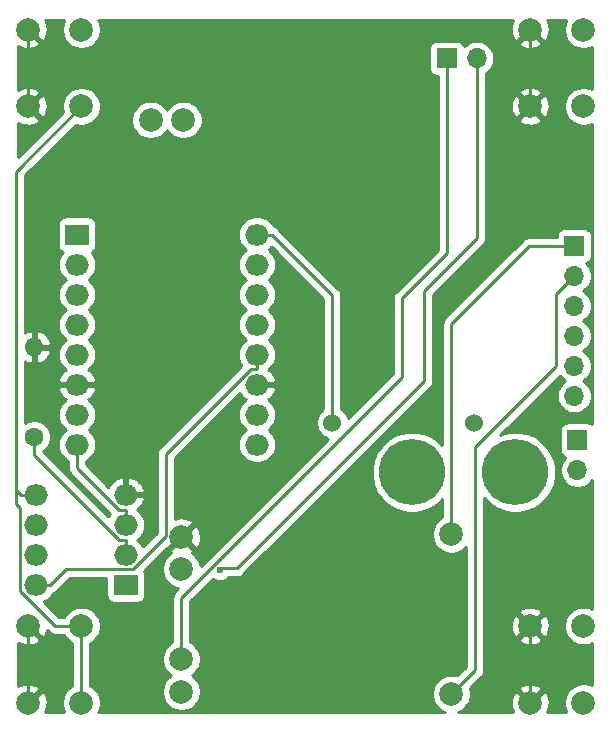
<source format=gbr>
G04 #@! TF.GenerationSoftware,KiCad,Pcbnew,5.1.5-52549c5~84~ubuntu18.04.1*
G04 #@! TF.CreationDate,2020-01-01T22:03:35+01:00*
G04 #@! TF.ProjectId,NOKOlino,4e4f4b4f-6c69-46e6-9f2e-6b696361645f,3.0*
G04 #@! TF.SameCoordinates,Original*
G04 #@! TF.FileFunction,Copper,L1,Top*
G04 #@! TF.FilePolarity,Positive*
%FSLAX46Y46*%
G04 Gerber Fmt 4.6, Leading zero omitted, Abs format (unit mm)*
G04 Created by KiCad (PCBNEW 5.1.5-52549c5~84~ubuntu18.04.1) date 2020-01-01 22:03:35*
%MOMM*%
%LPD*%
G04 APERTURE LIST*
%ADD10O,1.700000X1.700000*%
%ADD11R,1.700000X1.700000*%
%ADD12C,2.000000*%
%ADD13C,1.524000*%
%ADD14C,5.600000*%
%ADD15R,2.000000X1.800000*%
%ADD16O,2.000000X1.800000*%
%ADD17C,1.600000*%
%ADD18O,1.600000X1.600000*%
%ADD19C,0.600000*%
%ADD20C,0.250000*%
%ADD21C,0.254000*%
G04 APERTURE END LIST*
D10*
X172720000Y-91440000D03*
D11*
X170180000Y-91440000D03*
D12*
X147720000Y-142310000D03*
X147720000Y-134690000D03*
X147720000Y-131946800D03*
X147720000Y-145053200D03*
X170580000Y-131743600D03*
X170580000Y-145256400D03*
D13*
X160500000Y-122300000D03*
X172500000Y-122300000D03*
D14*
X167250000Y-126500000D03*
X176000000Y-126500000D03*
D12*
X139250000Y-95500000D03*
X134750000Y-95500000D03*
X139250000Y-89000000D03*
X134750000Y-89000000D03*
X181750000Y-95500000D03*
X177250000Y-95500000D03*
X181750000Y-89000000D03*
X177250000Y-89000000D03*
X181750000Y-146000000D03*
X177250000Y-146000000D03*
X181750000Y-139500000D03*
X177250000Y-139500000D03*
X139250000Y-146000000D03*
X134750000Y-146000000D03*
X139250000Y-139500000D03*
X134750000Y-139500000D03*
D15*
X143000000Y-136000000D03*
D16*
X135380000Y-128380000D03*
X143000000Y-133460000D03*
X135380000Y-130920000D03*
X143000000Y-130920000D03*
X135380000Y-133460000D03*
X143000000Y-128380000D03*
X135380000Y-136000000D03*
X154120000Y-124140000D03*
X154120000Y-121600000D03*
X154120000Y-119060000D03*
X154120000Y-116520000D03*
X154120000Y-113980000D03*
X154120000Y-111440000D03*
X154120000Y-108900000D03*
X154120000Y-106360000D03*
X138880000Y-124140000D03*
X138880000Y-121600000D03*
X138880000Y-119060000D03*
X138880000Y-116520000D03*
X138880000Y-113980000D03*
X138880000Y-111440000D03*
X138880000Y-108900000D03*
D15*
X138880000Y-106360000D03*
D12*
X147875000Y-96650000D03*
X145100000Y-96650000D03*
D17*
X135250000Y-123500000D03*
D18*
X135250000Y-115880000D03*
D11*
X181250000Y-123750000D03*
D10*
X181250000Y-126290000D03*
D11*
X180975000Y-107315000D03*
D10*
X180975000Y-109855000D03*
X180975000Y-112395000D03*
X180975000Y-114935000D03*
X180975000Y-117475000D03*
X180975000Y-120015000D03*
D19*
X150983000Y-134760300D03*
D20*
X155370000Y-106360000D02*
X154120000Y-106360000D01*
X160500000Y-111490000D02*
X155370000Y-106360000D01*
X160500000Y-122300000D02*
X160500000Y-111490000D01*
X139250000Y-139500000D02*
X139250000Y-146000000D01*
X137835787Y-139500000D02*
X139250000Y-139500000D01*
X134054990Y-136507415D02*
X137047575Y-139500000D01*
X137047575Y-139500000D02*
X137835787Y-139500000D01*
X134054990Y-129605010D02*
X134054990Y-136507415D01*
X134054990Y-129524970D02*
X134054990Y-129605010D01*
X133710010Y-129179990D02*
X134054990Y-129524970D01*
X139250000Y-95500000D02*
X133710010Y-101039990D01*
X134130000Y-128380000D02*
X133710010Y-127960010D01*
X135380000Y-128380000D02*
X134130000Y-128380000D01*
X133710010Y-101039990D02*
X133710010Y-127360010D01*
X133710010Y-127960010D02*
X133710010Y-127360010D01*
X133710010Y-127360010D02*
X133710010Y-129179990D01*
X153583900Y-117745300D02*
X146390800Y-124938400D01*
X154120000Y-117745300D02*
X153583900Y-117745300D01*
X154120000Y-116520000D02*
X154120000Y-117745300D01*
X146390800Y-131901625D02*
X146390800Y-124938400D01*
X137944990Y-134685010D02*
X143607415Y-134685010D01*
X143607415Y-134685010D02*
X146390800Y-131901625D01*
X136630000Y-136000000D02*
X137944990Y-134685010D01*
X135380000Y-136000000D02*
X136630000Y-136000000D01*
X142463900Y-129694700D02*
X143000000Y-129694700D01*
X138880000Y-126110800D02*
X142463900Y-129694700D01*
X138880000Y-124140000D02*
X138880000Y-126110800D01*
X143000000Y-130920000D02*
X143000000Y-129694700D01*
X147720000Y-142310000D02*
X147720000Y-137110500D01*
X147720000Y-137110500D02*
X165735000Y-119095500D01*
X166370000Y-111760000D02*
X166370000Y-118460500D01*
X170180000Y-91440000D02*
X170180000Y-107950000D01*
X166370000Y-118460500D02*
X165735000Y-119095500D01*
X170180000Y-107950000D02*
X166370000Y-111760000D01*
X172720000Y-106680000D02*
X172720000Y-91440000D01*
X168275000Y-111125000D02*
X172720000Y-106680000D01*
X168275000Y-117468300D02*
X168275000Y-111125000D01*
X168275000Y-117468300D02*
X168275000Y-118745000D01*
X168275000Y-118745000D02*
X152400000Y-134620000D01*
X152400000Y-134620000D02*
X151130000Y-134620000D01*
X170580000Y-118980000D02*
X170580000Y-118661100D01*
X170580000Y-118980000D02*
X170580000Y-113900000D01*
X170580000Y-131743600D02*
X170580000Y-118980000D01*
X177165000Y-107315000D02*
X180975000Y-107315000D01*
X170580000Y-113900000D02*
X177165000Y-107315000D01*
X179435100Y-111394900D02*
X180975000Y-109855000D01*
X179435100Y-117526900D02*
X179435100Y-111394900D01*
X172582800Y-124379200D02*
X179435100Y-117526900D01*
X170580000Y-145256400D02*
X172582800Y-143253600D01*
X172582800Y-143253600D02*
X172582800Y-124379200D01*
X134750000Y-146000000D02*
X134750000Y-139500000D01*
X177250000Y-146000000D02*
X177250000Y-139500000D01*
X134750000Y-95500000D02*
X134750000Y-89000000D01*
X177250000Y-89000000D02*
X177250000Y-95500000D01*
X135250000Y-125020800D02*
X135250000Y-123500000D01*
X142463900Y-132234700D02*
X135250000Y-125020800D01*
X143000000Y-132234700D02*
X142463900Y-132234700D01*
X143000000Y-133460000D02*
X143000000Y-132234700D01*
D21*
G36*
X137801082Y-88225537D02*
G01*
X137677832Y-88523088D01*
X137615000Y-88838967D01*
X137615000Y-89161033D01*
X137677832Y-89476912D01*
X137801082Y-89774463D01*
X137980013Y-90042252D01*
X138207748Y-90269987D01*
X138475537Y-90448918D01*
X138773088Y-90572168D01*
X139088967Y-90635000D01*
X139411033Y-90635000D01*
X139726912Y-90572168D01*
X140024463Y-90448918D01*
X140292252Y-90269987D01*
X140519987Y-90042252D01*
X140698918Y-89774463D01*
X140822168Y-89476912D01*
X140885000Y-89161033D01*
X140885000Y-88838967D01*
X140822168Y-88523088D01*
X140698918Y-88225537D01*
X140688537Y-88210000D01*
X175816111Y-88210000D01*
X175709296Y-88429571D01*
X175627616Y-88741108D01*
X175608282Y-89062595D01*
X175652039Y-89381675D01*
X175757205Y-89686088D01*
X175850186Y-89860044D01*
X176114587Y-89955808D01*
X177070395Y-89000000D01*
X177056253Y-88985858D01*
X177235858Y-88806253D01*
X177250000Y-88820395D01*
X177264143Y-88806253D01*
X177443748Y-88985858D01*
X177429605Y-89000000D01*
X178385413Y-89955808D01*
X178649814Y-89860044D01*
X178790704Y-89570429D01*
X178872384Y-89258892D01*
X178891718Y-88937405D01*
X178847961Y-88618325D01*
X178742795Y-88313912D01*
X178687253Y-88210000D01*
X180311463Y-88210000D01*
X180301082Y-88225537D01*
X180177832Y-88523088D01*
X180115000Y-88838967D01*
X180115000Y-89161033D01*
X180177832Y-89476912D01*
X180301082Y-89774463D01*
X180480013Y-90042252D01*
X180707748Y-90269987D01*
X180975537Y-90448918D01*
X181273088Y-90572168D01*
X181588967Y-90635000D01*
X181911033Y-90635000D01*
X182226912Y-90572168D01*
X182490001Y-90463193D01*
X182490001Y-94036807D01*
X182226912Y-93927832D01*
X181911033Y-93865000D01*
X181588967Y-93865000D01*
X181273088Y-93927832D01*
X180975537Y-94051082D01*
X180707748Y-94230013D01*
X180480013Y-94457748D01*
X180301082Y-94725537D01*
X180177832Y-95023088D01*
X180115000Y-95338967D01*
X180115000Y-95661033D01*
X180177832Y-95976912D01*
X180301082Y-96274463D01*
X180480013Y-96542252D01*
X180707748Y-96769987D01*
X180975537Y-96948918D01*
X181273088Y-97072168D01*
X181588967Y-97135000D01*
X181911033Y-97135000D01*
X182226912Y-97072168D01*
X182490001Y-96963193D01*
X182490000Y-122398602D01*
X182454494Y-122369463D01*
X182344180Y-122310498D01*
X182224482Y-122274188D01*
X182100000Y-122261928D01*
X180400000Y-122261928D01*
X180275518Y-122274188D01*
X180155820Y-122310498D01*
X180045506Y-122369463D01*
X179948815Y-122448815D01*
X179869463Y-122545506D01*
X179810498Y-122655820D01*
X179774188Y-122775518D01*
X179761928Y-122900000D01*
X179761928Y-124600000D01*
X179774188Y-124724482D01*
X179810498Y-124844180D01*
X179869463Y-124954494D01*
X179948815Y-125051185D01*
X180045506Y-125130537D01*
X180155820Y-125189502D01*
X180228380Y-125211513D01*
X180096525Y-125343368D01*
X179934010Y-125586589D01*
X179822068Y-125856842D01*
X179765000Y-126143740D01*
X179765000Y-126436260D01*
X179822068Y-126723158D01*
X179934010Y-126993411D01*
X180096525Y-127236632D01*
X180303368Y-127443475D01*
X180546589Y-127605990D01*
X180816842Y-127717932D01*
X181103740Y-127775000D01*
X181396260Y-127775000D01*
X181683158Y-127717932D01*
X181953411Y-127605990D01*
X182196632Y-127443475D01*
X182403475Y-127236632D01*
X182490000Y-127107138D01*
X182490000Y-138036807D01*
X182226912Y-137927832D01*
X181911033Y-137865000D01*
X181588967Y-137865000D01*
X181273088Y-137927832D01*
X180975537Y-138051082D01*
X180707748Y-138230013D01*
X180480013Y-138457748D01*
X180301082Y-138725537D01*
X180177832Y-139023088D01*
X180115000Y-139338967D01*
X180115000Y-139661033D01*
X180177832Y-139976912D01*
X180301082Y-140274463D01*
X180480013Y-140542252D01*
X180707748Y-140769987D01*
X180975537Y-140948918D01*
X181273088Y-141072168D01*
X181588967Y-141135000D01*
X181911033Y-141135000D01*
X182226912Y-141072168D01*
X182490000Y-140963193D01*
X182490000Y-144536807D01*
X182226912Y-144427832D01*
X181911033Y-144365000D01*
X181588967Y-144365000D01*
X181273088Y-144427832D01*
X180975537Y-144551082D01*
X180707748Y-144730013D01*
X180480013Y-144957748D01*
X180301082Y-145225537D01*
X180177832Y-145523088D01*
X180115000Y-145838967D01*
X180115000Y-146161033D01*
X180177832Y-146476912D01*
X180301082Y-146774463D01*
X180311463Y-146790000D01*
X178683889Y-146790000D01*
X178790704Y-146570429D01*
X178872384Y-146258892D01*
X178891718Y-145937405D01*
X178847961Y-145618325D01*
X178742795Y-145313912D01*
X178649814Y-145139956D01*
X178385413Y-145044192D01*
X177429605Y-146000000D01*
X177443748Y-146014143D01*
X177264143Y-146193748D01*
X177250000Y-146179605D01*
X177235858Y-146193748D01*
X177056253Y-146014143D01*
X177070395Y-146000000D01*
X176114587Y-145044192D01*
X175850186Y-145139956D01*
X175709296Y-145429571D01*
X175627616Y-145741108D01*
X175608282Y-146062595D01*
X175652039Y-146381675D01*
X175757205Y-146686088D01*
X175812747Y-146790000D01*
X171150023Y-146790000D01*
X171354463Y-146705318D01*
X171622252Y-146526387D01*
X171849987Y-146298652D01*
X172028918Y-146030863D01*
X172152168Y-145733312D01*
X172215000Y-145417433D01*
X172215000Y-145095367D01*
X172169096Y-144864587D01*
X176294192Y-144864587D01*
X177250000Y-145820395D01*
X178205808Y-144864587D01*
X178110044Y-144600186D01*
X177820429Y-144459296D01*
X177508892Y-144377616D01*
X177187405Y-144358282D01*
X176868325Y-144402039D01*
X176563912Y-144507205D01*
X176389956Y-144600186D01*
X176294192Y-144864587D01*
X172169096Y-144864587D01*
X172152168Y-144779488D01*
X172146177Y-144765025D01*
X173093804Y-143817398D01*
X173122801Y-143793601D01*
X173151265Y-143758918D01*
X173217774Y-143677877D01*
X173288346Y-143545847D01*
X173308007Y-143481032D01*
X173331803Y-143402586D01*
X173342800Y-143290933D01*
X173342800Y-143290923D01*
X173346476Y-143253600D01*
X173342800Y-143216277D01*
X173342800Y-140635413D01*
X176294192Y-140635413D01*
X176389956Y-140899814D01*
X176679571Y-141040704D01*
X176991108Y-141122384D01*
X177312595Y-141141718D01*
X177631675Y-141097961D01*
X177936088Y-140992795D01*
X178110044Y-140899814D01*
X178205808Y-140635413D01*
X177250000Y-139679605D01*
X176294192Y-140635413D01*
X173342800Y-140635413D01*
X173342800Y-139562595D01*
X175608282Y-139562595D01*
X175652039Y-139881675D01*
X175757205Y-140186088D01*
X175850186Y-140360044D01*
X176114587Y-140455808D01*
X177070395Y-139500000D01*
X177429605Y-139500000D01*
X178385413Y-140455808D01*
X178649814Y-140360044D01*
X178790704Y-140070429D01*
X178872384Y-139758892D01*
X178891718Y-139437405D01*
X178847961Y-139118325D01*
X178742795Y-138813912D01*
X178649814Y-138639956D01*
X178385413Y-138544192D01*
X177429605Y-139500000D01*
X177070395Y-139500000D01*
X176114587Y-138544192D01*
X175850186Y-138639956D01*
X175709296Y-138929571D01*
X175627616Y-139241108D01*
X175608282Y-139562595D01*
X173342800Y-139562595D01*
X173342800Y-138364587D01*
X176294192Y-138364587D01*
X177250000Y-139320395D01*
X178205808Y-138364587D01*
X178110044Y-138100186D01*
X177820429Y-137959296D01*
X177508892Y-137877616D01*
X177187405Y-137858282D01*
X176868325Y-137902039D01*
X176563912Y-138007205D01*
X176389956Y-138100186D01*
X176294192Y-138364587D01*
X173342800Y-138364587D01*
X173342800Y-128700623D01*
X173810315Y-129168138D01*
X174372918Y-129544057D01*
X174998048Y-129802994D01*
X175661682Y-129935000D01*
X176338318Y-129935000D01*
X177001952Y-129802994D01*
X177627082Y-129544057D01*
X178189685Y-129168138D01*
X178668138Y-128689685D01*
X179044057Y-128127082D01*
X179302994Y-127501952D01*
X179435000Y-126838318D01*
X179435000Y-126161682D01*
X179302994Y-125498048D01*
X179044057Y-124872918D01*
X178668138Y-124310315D01*
X178189685Y-123831862D01*
X177627082Y-123455943D01*
X177001952Y-123197006D01*
X176338318Y-123065000D01*
X175661682Y-123065000D01*
X174998048Y-123197006D01*
X174727894Y-123308907D01*
X179738871Y-118297931D01*
X179821525Y-118421632D01*
X180028368Y-118628475D01*
X180202760Y-118745000D01*
X180028368Y-118861525D01*
X179821525Y-119068368D01*
X179659010Y-119311589D01*
X179547068Y-119581842D01*
X179490000Y-119868740D01*
X179490000Y-120161260D01*
X179547068Y-120448158D01*
X179659010Y-120718411D01*
X179821525Y-120961632D01*
X180028368Y-121168475D01*
X180271589Y-121330990D01*
X180541842Y-121442932D01*
X180828740Y-121500000D01*
X181121260Y-121500000D01*
X181408158Y-121442932D01*
X181678411Y-121330990D01*
X181921632Y-121168475D01*
X182128475Y-120961632D01*
X182290990Y-120718411D01*
X182402932Y-120448158D01*
X182460000Y-120161260D01*
X182460000Y-119868740D01*
X182402932Y-119581842D01*
X182290990Y-119311589D01*
X182128475Y-119068368D01*
X181921632Y-118861525D01*
X181747240Y-118745000D01*
X181921632Y-118628475D01*
X182128475Y-118421632D01*
X182290990Y-118178411D01*
X182402932Y-117908158D01*
X182460000Y-117621260D01*
X182460000Y-117328740D01*
X182402932Y-117041842D01*
X182290990Y-116771589D01*
X182128475Y-116528368D01*
X181921632Y-116321525D01*
X181747240Y-116205000D01*
X181921632Y-116088475D01*
X182128475Y-115881632D01*
X182290990Y-115638411D01*
X182402932Y-115368158D01*
X182460000Y-115081260D01*
X182460000Y-114788740D01*
X182402932Y-114501842D01*
X182290990Y-114231589D01*
X182128475Y-113988368D01*
X181921632Y-113781525D01*
X181747240Y-113665000D01*
X181921632Y-113548475D01*
X182128475Y-113341632D01*
X182290990Y-113098411D01*
X182402932Y-112828158D01*
X182460000Y-112541260D01*
X182460000Y-112248740D01*
X182402932Y-111961842D01*
X182290990Y-111691589D01*
X182128475Y-111448368D01*
X181921632Y-111241525D01*
X181747240Y-111125000D01*
X181921632Y-111008475D01*
X182128475Y-110801632D01*
X182290990Y-110558411D01*
X182402932Y-110288158D01*
X182460000Y-110001260D01*
X182460000Y-109708740D01*
X182402932Y-109421842D01*
X182290990Y-109151589D01*
X182128475Y-108908368D01*
X181996620Y-108776513D01*
X182069180Y-108754502D01*
X182179494Y-108695537D01*
X182276185Y-108616185D01*
X182355537Y-108519494D01*
X182414502Y-108409180D01*
X182450812Y-108289482D01*
X182463072Y-108165000D01*
X182463072Y-106465000D01*
X182450812Y-106340518D01*
X182414502Y-106220820D01*
X182355537Y-106110506D01*
X182276185Y-106013815D01*
X182179494Y-105934463D01*
X182069180Y-105875498D01*
X181949482Y-105839188D01*
X181825000Y-105826928D01*
X180125000Y-105826928D01*
X180000518Y-105839188D01*
X179880820Y-105875498D01*
X179770506Y-105934463D01*
X179673815Y-106013815D01*
X179594463Y-106110506D01*
X179535498Y-106220820D01*
X179499188Y-106340518D01*
X179486928Y-106465000D01*
X179486928Y-106555000D01*
X177202322Y-106555000D01*
X177164999Y-106551324D01*
X177127676Y-106555000D01*
X177127667Y-106555000D01*
X177016014Y-106565997D01*
X176872753Y-106609454D01*
X176740724Y-106680026D01*
X176624999Y-106774999D01*
X176601201Y-106803997D01*
X170068998Y-113336201D01*
X170040000Y-113359999D01*
X170016202Y-113388997D01*
X170016201Y-113388998D01*
X169945026Y-113475724D01*
X169874454Y-113607754D01*
X169830998Y-113751015D01*
X169816324Y-113900000D01*
X169820001Y-113937332D01*
X169820000Y-118623766D01*
X169820000Y-119017332D01*
X169820001Y-119017342D01*
X169820001Y-124212178D01*
X169439685Y-123831862D01*
X168877082Y-123455943D01*
X168251952Y-123197006D01*
X167588318Y-123065000D01*
X166911682Y-123065000D01*
X166248048Y-123197006D01*
X165622918Y-123455943D01*
X165060315Y-123831862D01*
X164581862Y-124310315D01*
X164205943Y-124872918D01*
X163947006Y-125498048D01*
X163815000Y-126161682D01*
X163815000Y-126838318D01*
X163947006Y-127501952D01*
X164205943Y-128127082D01*
X164581862Y-128689685D01*
X165060315Y-129168138D01*
X165622918Y-129544057D01*
X166248048Y-129802994D01*
X166911682Y-129935000D01*
X167588318Y-129935000D01*
X168251952Y-129802994D01*
X168877082Y-129544057D01*
X169439685Y-129168138D01*
X169820000Y-128787823D01*
X169820000Y-130288691D01*
X169805537Y-130294682D01*
X169537748Y-130473613D01*
X169310013Y-130701348D01*
X169131082Y-130969137D01*
X169007832Y-131266688D01*
X168945000Y-131582567D01*
X168945000Y-131904633D01*
X169007832Y-132220512D01*
X169131082Y-132518063D01*
X169310013Y-132785852D01*
X169537748Y-133013587D01*
X169805537Y-133192518D01*
X170103088Y-133315768D01*
X170418967Y-133378600D01*
X170741033Y-133378600D01*
X171056912Y-133315768D01*
X171354463Y-133192518D01*
X171622252Y-133013587D01*
X171822801Y-132813038D01*
X171822800Y-142938798D01*
X171071375Y-143690223D01*
X171056912Y-143684232D01*
X170741033Y-143621400D01*
X170418967Y-143621400D01*
X170103088Y-143684232D01*
X169805537Y-143807482D01*
X169537748Y-143986413D01*
X169310013Y-144214148D01*
X169131082Y-144481937D01*
X169007832Y-144779488D01*
X168945000Y-145095367D01*
X168945000Y-145417433D01*
X169007832Y-145733312D01*
X169131082Y-146030863D01*
X169310013Y-146298652D01*
X169537748Y-146526387D01*
X169805537Y-146705318D01*
X170009977Y-146790000D01*
X140688537Y-146790000D01*
X140698918Y-146774463D01*
X140822168Y-146476912D01*
X140885000Y-146161033D01*
X140885000Y-145838967D01*
X140822168Y-145523088D01*
X140698918Y-145225537D01*
X140519987Y-144957748D01*
X140292252Y-144730013D01*
X140024463Y-144551082D01*
X140010000Y-144545091D01*
X140010000Y-140954909D01*
X140024463Y-140948918D01*
X140292252Y-140769987D01*
X140519987Y-140542252D01*
X140698918Y-140274463D01*
X140822168Y-139976912D01*
X140885000Y-139661033D01*
X140885000Y-139338967D01*
X140822168Y-139023088D01*
X140698918Y-138725537D01*
X140519987Y-138457748D01*
X140292252Y-138230013D01*
X140024463Y-138051082D01*
X139726912Y-137927832D01*
X139411033Y-137865000D01*
X139088967Y-137865000D01*
X138773088Y-137927832D01*
X138475537Y-138051082D01*
X138207748Y-138230013D01*
X137980013Y-138457748D01*
X137801082Y-138725537D01*
X137795091Y-138740000D01*
X137362377Y-138740000D01*
X136052716Y-137430339D01*
X136070261Y-137425017D01*
X136336927Y-137282481D01*
X136570661Y-137090661D01*
X136762481Y-136856927D01*
X136828137Y-136734093D01*
X136922247Y-136705546D01*
X137054276Y-136634974D01*
X137170001Y-136540001D01*
X137193804Y-136510997D01*
X138259792Y-135445010D01*
X141361928Y-135445010D01*
X141361928Y-136900000D01*
X141374188Y-137024482D01*
X141410498Y-137144180D01*
X141469463Y-137254494D01*
X141548815Y-137351185D01*
X141645506Y-137430537D01*
X141755820Y-137489502D01*
X141875518Y-137525812D01*
X142000000Y-137538072D01*
X144000000Y-137538072D01*
X144124482Y-137525812D01*
X144244180Y-137489502D01*
X144354494Y-137430537D01*
X144451185Y-137351185D01*
X144530537Y-137254494D01*
X144589502Y-137144180D01*
X144625812Y-137024482D01*
X144638072Y-136900000D01*
X144638072Y-135100000D01*
X144625812Y-134975518D01*
X144589502Y-134855820D01*
X144562299Y-134804927D01*
X146496517Y-132870710D01*
X146584587Y-132902608D01*
X147540395Y-131946800D01*
X147899605Y-131946800D01*
X148855413Y-132902608D01*
X149119814Y-132806844D01*
X149260704Y-132517229D01*
X149342384Y-132205692D01*
X149361718Y-131884205D01*
X149317961Y-131565125D01*
X149212795Y-131260712D01*
X149119814Y-131086756D01*
X148855413Y-130990992D01*
X147899605Y-131946800D01*
X147540395Y-131946800D01*
X147526253Y-131932658D01*
X147705858Y-131753053D01*
X147720000Y-131767195D01*
X148675808Y-130811387D01*
X148580044Y-130546986D01*
X148290429Y-130406096D01*
X147978892Y-130324416D01*
X147657405Y-130305082D01*
X147338325Y-130348839D01*
X147150800Y-130413624D01*
X147150800Y-125253201D01*
X152655548Y-119748454D01*
X152763191Y-119939751D01*
X152958971Y-120168038D01*
X153156379Y-120323012D01*
X152929339Y-120509339D01*
X152737519Y-120743073D01*
X152594983Y-121009739D01*
X152507210Y-121299087D01*
X152477573Y-121600000D01*
X152507210Y-121900913D01*
X152594983Y-122190261D01*
X152737519Y-122456927D01*
X152929339Y-122690661D01*
X153147865Y-122870000D01*
X152929339Y-123049339D01*
X152737519Y-123283073D01*
X152594983Y-123549739D01*
X152507210Y-123839087D01*
X152477573Y-124140000D01*
X152507210Y-124440913D01*
X152594983Y-124730261D01*
X152737519Y-124996927D01*
X152929339Y-125230661D01*
X153163073Y-125422481D01*
X153429739Y-125565017D01*
X153719087Y-125652790D01*
X153944592Y-125675000D01*
X154295408Y-125675000D01*
X154520913Y-125652790D01*
X154810261Y-125565017D01*
X155076927Y-125422481D01*
X155310661Y-125230661D01*
X155502481Y-124996927D01*
X155645017Y-124730261D01*
X155732790Y-124440913D01*
X155762427Y-124140000D01*
X155732790Y-123839087D01*
X155645017Y-123549739D01*
X155502481Y-123283073D01*
X155310661Y-123049339D01*
X155092135Y-122870000D01*
X155310661Y-122690661D01*
X155502481Y-122456927D01*
X155645017Y-122190261D01*
X155732790Y-121900913D01*
X155762427Y-121600000D01*
X155732790Y-121299087D01*
X155645017Y-121009739D01*
X155502481Y-120743073D01*
X155310661Y-120509339D01*
X155083621Y-120323012D01*
X155281029Y-120168038D01*
X155476809Y-119939751D01*
X155624291Y-119677656D01*
X155711036Y-119424740D01*
X155590378Y-119187000D01*
X154247000Y-119187000D01*
X154247000Y-119207000D01*
X153993000Y-119207000D01*
X153993000Y-119187000D01*
X153973000Y-119187000D01*
X153973000Y-118933000D01*
X153993000Y-118933000D01*
X153993000Y-118913000D01*
X154247000Y-118913000D01*
X154247000Y-118933000D01*
X155590378Y-118933000D01*
X155711036Y-118695260D01*
X155624291Y-118442344D01*
X155476809Y-118180249D01*
X155281029Y-117951962D01*
X155083621Y-117796988D01*
X155310661Y-117610661D01*
X155502481Y-117376927D01*
X155645017Y-117110261D01*
X155732790Y-116820913D01*
X155762427Y-116520000D01*
X155732790Y-116219087D01*
X155645017Y-115929739D01*
X155502481Y-115663073D01*
X155310661Y-115429339D01*
X155092135Y-115250000D01*
X155310661Y-115070661D01*
X155502481Y-114836927D01*
X155645017Y-114570261D01*
X155732790Y-114280913D01*
X155762427Y-113980000D01*
X155732790Y-113679087D01*
X155645017Y-113389739D01*
X155502481Y-113123073D01*
X155310661Y-112889339D01*
X155092135Y-112710000D01*
X155310661Y-112530661D01*
X155502481Y-112296927D01*
X155645017Y-112030261D01*
X155732790Y-111740913D01*
X155762427Y-111440000D01*
X155732790Y-111139087D01*
X155645017Y-110849739D01*
X155502481Y-110583073D01*
X155310661Y-110349339D01*
X155092135Y-110170000D01*
X155310661Y-109990661D01*
X155502481Y-109756927D01*
X155645017Y-109490261D01*
X155732790Y-109200913D01*
X155762427Y-108900000D01*
X155732790Y-108599087D01*
X155645017Y-108309739D01*
X155502481Y-108043073D01*
X155310661Y-107809339D01*
X155092135Y-107630000D01*
X155310661Y-107450661D01*
X155344557Y-107409358D01*
X159740001Y-111804803D01*
X159740000Y-121127659D01*
X159609465Y-121214880D01*
X159414880Y-121409465D01*
X159261995Y-121638273D01*
X159156686Y-121892510D01*
X159103000Y-122162408D01*
X159103000Y-122437592D01*
X159156686Y-122707490D01*
X159261995Y-122961727D01*
X159414880Y-123190535D01*
X159609465Y-123385120D01*
X159838273Y-123538005D01*
X160092510Y-123643314D01*
X160109087Y-123646611D01*
X149333719Y-134421980D01*
X149292168Y-134213088D01*
X149168918Y-133915537D01*
X148989987Y-133647748D01*
X148762252Y-133420013D01*
X148594143Y-133307686D01*
X148675808Y-133082213D01*
X147720000Y-132126405D01*
X146764192Y-133082213D01*
X146845857Y-133307686D01*
X146677748Y-133420013D01*
X146450013Y-133647748D01*
X146271082Y-133915537D01*
X146147832Y-134213088D01*
X146085000Y-134528967D01*
X146085000Y-134851033D01*
X146147832Y-135166912D01*
X146271082Y-135464463D01*
X146450013Y-135732252D01*
X146677748Y-135959987D01*
X146945537Y-136138918D01*
X147243088Y-136262168D01*
X147451980Y-136303719D01*
X147208998Y-136546701D01*
X147180000Y-136570499D01*
X147156202Y-136599497D01*
X147156201Y-136599498D01*
X147085026Y-136686224D01*
X147014454Y-136818254D01*
X146989658Y-136900000D01*
X146970998Y-136961514D01*
X146964796Y-137024482D01*
X146956324Y-137110500D01*
X146960001Y-137147832D01*
X146960000Y-140855091D01*
X146945537Y-140861082D01*
X146677748Y-141040013D01*
X146450013Y-141267748D01*
X146271082Y-141535537D01*
X146147832Y-141833088D01*
X146085000Y-142148967D01*
X146085000Y-142471033D01*
X146147832Y-142786912D01*
X146271082Y-143084463D01*
X146450013Y-143352252D01*
X146677748Y-143579987D01*
X146829823Y-143681600D01*
X146677748Y-143783213D01*
X146450013Y-144010948D01*
X146271082Y-144278737D01*
X146147832Y-144576288D01*
X146085000Y-144892167D01*
X146085000Y-145214233D01*
X146147832Y-145530112D01*
X146271082Y-145827663D01*
X146450013Y-146095452D01*
X146677748Y-146323187D01*
X146945537Y-146502118D01*
X147243088Y-146625368D01*
X147558967Y-146688200D01*
X147881033Y-146688200D01*
X148196912Y-146625368D01*
X148494463Y-146502118D01*
X148762252Y-146323187D01*
X148989987Y-146095452D01*
X149168918Y-145827663D01*
X149292168Y-145530112D01*
X149355000Y-145214233D01*
X149355000Y-144892167D01*
X149292168Y-144576288D01*
X149168918Y-144278737D01*
X148989987Y-144010948D01*
X148762252Y-143783213D01*
X148610177Y-143681600D01*
X148762252Y-143579987D01*
X148989987Y-143352252D01*
X149168918Y-143084463D01*
X149292168Y-142786912D01*
X149355000Y-142471033D01*
X149355000Y-142148967D01*
X149292168Y-141833088D01*
X149168918Y-141535537D01*
X148989987Y-141267748D01*
X148762252Y-141040013D01*
X148494463Y-140861082D01*
X148480000Y-140855091D01*
X148480000Y-137425301D01*
X150406015Y-135499286D01*
X150540111Y-135588886D01*
X150710271Y-135659368D01*
X150890911Y-135695300D01*
X151075089Y-135695300D01*
X151255729Y-135659368D01*
X151425889Y-135588886D01*
X151579028Y-135486562D01*
X151685590Y-135380000D01*
X152362678Y-135380000D01*
X152400000Y-135383676D01*
X152437322Y-135380000D01*
X152437333Y-135380000D01*
X152548986Y-135369003D01*
X152692247Y-135325546D01*
X152824276Y-135254974D01*
X152940001Y-135160001D01*
X152963804Y-135130997D01*
X168786003Y-119308799D01*
X168815001Y-119285001D01*
X168909974Y-119169276D01*
X168980546Y-119037247D01*
X169024003Y-118893986D01*
X169035000Y-118782333D01*
X169035000Y-118782324D01*
X169038676Y-118745001D01*
X169035000Y-118707678D01*
X169035000Y-111439801D01*
X173231004Y-107243798D01*
X173260001Y-107220001D01*
X173354974Y-107104276D01*
X173425546Y-106972247D01*
X173469003Y-106828986D01*
X173480000Y-106717333D01*
X173480000Y-106717324D01*
X173483676Y-106680001D01*
X173480000Y-106642678D01*
X173480000Y-96635413D01*
X176294192Y-96635413D01*
X176389956Y-96899814D01*
X176679571Y-97040704D01*
X176991108Y-97122384D01*
X177312595Y-97141718D01*
X177631675Y-97097961D01*
X177936088Y-96992795D01*
X178110044Y-96899814D01*
X178205808Y-96635413D01*
X177250000Y-95679605D01*
X176294192Y-96635413D01*
X173480000Y-96635413D01*
X173480000Y-95562595D01*
X175608282Y-95562595D01*
X175652039Y-95881675D01*
X175757205Y-96186088D01*
X175850186Y-96360044D01*
X176114587Y-96455808D01*
X177070395Y-95500000D01*
X177429605Y-95500000D01*
X178385413Y-96455808D01*
X178649814Y-96360044D01*
X178790704Y-96070429D01*
X178872384Y-95758892D01*
X178891718Y-95437405D01*
X178847961Y-95118325D01*
X178742795Y-94813912D01*
X178649814Y-94639956D01*
X178385413Y-94544192D01*
X177429605Y-95500000D01*
X177070395Y-95500000D01*
X176114587Y-94544192D01*
X175850186Y-94639956D01*
X175709296Y-94929571D01*
X175627616Y-95241108D01*
X175608282Y-95562595D01*
X173480000Y-95562595D01*
X173480000Y-94364587D01*
X176294192Y-94364587D01*
X177250000Y-95320395D01*
X178205808Y-94364587D01*
X178110044Y-94100186D01*
X177820429Y-93959296D01*
X177508892Y-93877616D01*
X177187405Y-93858282D01*
X176868325Y-93902039D01*
X176563912Y-94007205D01*
X176389956Y-94100186D01*
X176294192Y-94364587D01*
X173480000Y-94364587D01*
X173480000Y-92718178D01*
X173666632Y-92593475D01*
X173873475Y-92386632D01*
X174035990Y-92143411D01*
X174147932Y-91873158D01*
X174205000Y-91586260D01*
X174205000Y-91293740D01*
X174147932Y-91006842D01*
X174035990Y-90736589D01*
X173873475Y-90493368D01*
X173666632Y-90286525D01*
X173440477Y-90135413D01*
X176294192Y-90135413D01*
X176389956Y-90399814D01*
X176679571Y-90540704D01*
X176991108Y-90622384D01*
X177312595Y-90641718D01*
X177631675Y-90597961D01*
X177936088Y-90492795D01*
X178110044Y-90399814D01*
X178205808Y-90135413D01*
X177250000Y-89179605D01*
X176294192Y-90135413D01*
X173440477Y-90135413D01*
X173423411Y-90124010D01*
X173153158Y-90012068D01*
X172866260Y-89955000D01*
X172573740Y-89955000D01*
X172286842Y-90012068D01*
X172016589Y-90124010D01*
X171773368Y-90286525D01*
X171641513Y-90418380D01*
X171619502Y-90345820D01*
X171560537Y-90235506D01*
X171481185Y-90138815D01*
X171384494Y-90059463D01*
X171274180Y-90000498D01*
X171154482Y-89964188D01*
X171030000Y-89951928D01*
X169330000Y-89951928D01*
X169205518Y-89964188D01*
X169085820Y-90000498D01*
X168975506Y-90059463D01*
X168878815Y-90138815D01*
X168799463Y-90235506D01*
X168740498Y-90345820D01*
X168704188Y-90465518D01*
X168691928Y-90590000D01*
X168691928Y-92290000D01*
X168704188Y-92414482D01*
X168740498Y-92534180D01*
X168799463Y-92644494D01*
X168878815Y-92741185D01*
X168975506Y-92820537D01*
X169085820Y-92879502D01*
X169205518Y-92915812D01*
X169330000Y-92928072D01*
X169420000Y-92928072D01*
X169420001Y-107635197D01*
X165859003Y-111196196D01*
X165829999Y-111219999D01*
X165785694Y-111273985D01*
X165735026Y-111335724D01*
X165723351Y-111357567D01*
X165664454Y-111467754D01*
X165620997Y-111611015D01*
X165610000Y-111722668D01*
X165610000Y-111722678D01*
X165606324Y-111760000D01*
X165610000Y-111797323D01*
X165610001Y-118145697D01*
X165224002Y-118531697D01*
X165223997Y-118531701D01*
X161846611Y-121909087D01*
X161843314Y-121892510D01*
X161738005Y-121638273D01*
X161585120Y-121409465D01*
X161390535Y-121214880D01*
X161260000Y-121127659D01*
X161260000Y-111527333D01*
X161263677Y-111490000D01*
X161249003Y-111341014D01*
X161205546Y-111197753D01*
X161134974Y-111065724D01*
X161063799Y-110978997D01*
X161040001Y-110949999D01*
X161011003Y-110926201D01*
X155933804Y-105849003D01*
X155910001Y-105819999D01*
X155794276Y-105725026D01*
X155662247Y-105654454D01*
X155568137Y-105625907D01*
X155502481Y-105503073D01*
X155310661Y-105269339D01*
X155076927Y-105077519D01*
X154810261Y-104934983D01*
X154520913Y-104847210D01*
X154295408Y-104825000D01*
X153944592Y-104825000D01*
X153719087Y-104847210D01*
X153429739Y-104934983D01*
X153163073Y-105077519D01*
X152929339Y-105269339D01*
X152737519Y-105503073D01*
X152594983Y-105769739D01*
X152507210Y-106059087D01*
X152477573Y-106360000D01*
X152507210Y-106660913D01*
X152594983Y-106950261D01*
X152737519Y-107216927D01*
X152929339Y-107450661D01*
X153147865Y-107630000D01*
X152929339Y-107809339D01*
X152737519Y-108043073D01*
X152594983Y-108309739D01*
X152507210Y-108599087D01*
X152477573Y-108900000D01*
X152507210Y-109200913D01*
X152594983Y-109490261D01*
X152737519Y-109756927D01*
X152929339Y-109990661D01*
X153147865Y-110170000D01*
X152929339Y-110349339D01*
X152737519Y-110583073D01*
X152594983Y-110849739D01*
X152507210Y-111139087D01*
X152477573Y-111440000D01*
X152507210Y-111740913D01*
X152594983Y-112030261D01*
X152737519Y-112296927D01*
X152929339Y-112530661D01*
X153147865Y-112710000D01*
X152929339Y-112889339D01*
X152737519Y-113123073D01*
X152594983Y-113389739D01*
X152507210Y-113679087D01*
X152477573Y-113980000D01*
X152507210Y-114280913D01*
X152594983Y-114570261D01*
X152737519Y-114836927D01*
X152929339Y-115070661D01*
X153147865Y-115250000D01*
X152929339Y-115429339D01*
X152737519Y-115663073D01*
X152594983Y-115929739D01*
X152507210Y-116219087D01*
X152477573Y-116520000D01*
X152507210Y-116820913D01*
X152594983Y-117110261D01*
X152737519Y-117376927D01*
X152800603Y-117453795D01*
X145879798Y-124374601D01*
X145850800Y-124398399D01*
X145827002Y-124427397D01*
X145827001Y-124427398D01*
X145755826Y-124514124D01*
X145685254Y-124646154D01*
X145654980Y-124745958D01*
X145641798Y-124789414D01*
X145632890Y-124879853D01*
X145627124Y-124938400D01*
X145630801Y-124975732D01*
X145630800Y-131586823D01*
X144463317Y-132754306D01*
X144382481Y-132603073D01*
X144190661Y-132369339D01*
X143972135Y-132190000D01*
X144190661Y-132010661D01*
X144382481Y-131776927D01*
X144525017Y-131510261D01*
X144612790Y-131220913D01*
X144642427Y-130920000D01*
X144612790Y-130619087D01*
X144525017Y-130329739D01*
X144382481Y-130063073D01*
X144190661Y-129829339D01*
X143963621Y-129643012D01*
X144161029Y-129488038D01*
X144356809Y-129259751D01*
X144504291Y-128997656D01*
X144591036Y-128744740D01*
X144470378Y-128507000D01*
X143127000Y-128507000D01*
X143127000Y-128527000D01*
X142873000Y-128527000D01*
X142873000Y-128507000D01*
X142853000Y-128507000D01*
X142853000Y-128253000D01*
X142873000Y-128253000D01*
X142873000Y-127004866D01*
X143127000Y-127004866D01*
X143127000Y-128253000D01*
X144470378Y-128253000D01*
X144591036Y-128015260D01*
X144504291Y-127762344D01*
X144356809Y-127500249D01*
X144161029Y-127271962D01*
X143924474Y-127086256D01*
X143656235Y-126950268D01*
X143366620Y-126869224D01*
X143127000Y-127004866D01*
X142873000Y-127004866D01*
X142633380Y-126869224D01*
X142343765Y-126950268D01*
X142075526Y-127086256D01*
X141838971Y-127271962D01*
X141643191Y-127500249D01*
X141535547Y-127691546D01*
X139640000Y-125795999D01*
X139640000Y-125527741D01*
X139836927Y-125422481D01*
X140070661Y-125230661D01*
X140262481Y-124996927D01*
X140405017Y-124730261D01*
X140492790Y-124440913D01*
X140522427Y-124140000D01*
X140492790Y-123839087D01*
X140405017Y-123549739D01*
X140262481Y-123283073D01*
X140070661Y-123049339D01*
X139852135Y-122870000D01*
X140070661Y-122690661D01*
X140262481Y-122456927D01*
X140405017Y-122190261D01*
X140492790Y-121900913D01*
X140522427Y-121600000D01*
X140492790Y-121299087D01*
X140405017Y-121009739D01*
X140262481Y-120743073D01*
X140070661Y-120509339D01*
X139843621Y-120323012D01*
X140041029Y-120168038D01*
X140236809Y-119939751D01*
X140384291Y-119677656D01*
X140471036Y-119424740D01*
X140350378Y-119187000D01*
X139007000Y-119187000D01*
X139007000Y-119207000D01*
X138753000Y-119207000D01*
X138753000Y-119187000D01*
X137409622Y-119187000D01*
X137288964Y-119424740D01*
X137375709Y-119677656D01*
X137523191Y-119939751D01*
X137718971Y-120168038D01*
X137916379Y-120323012D01*
X137689339Y-120509339D01*
X137497519Y-120743073D01*
X137354983Y-121009739D01*
X137267210Y-121299087D01*
X137237573Y-121600000D01*
X137267210Y-121900913D01*
X137354983Y-122190261D01*
X137497519Y-122456927D01*
X137689339Y-122690661D01*
X137907865Y-122870000D01*
X137689339Y-123049339D01*
X137497519Y-123283073D01*
X137354983Y-123549739D01*
X137267210Y-123839087D01*
X137237573Y-124140000D01*
X137267210Y-124440913D01*
X137354983Y-124730261D01*
X137497519Y-124996927D01*
X137689339Y-125230661D01*
X137923073Y-125422481D01*
X138120001Y-125527741D01*
X138120001Y-126073468D01*
X138116324Y-126110800D01*
X138120001Y-126148133D01*
X138121336Y-126161682D01*
X138130998Y-126259785D01*
X138174454Y-126403046D01*
X138245026Y-126535076D01*
X138295299Y-126596333D01*
X138340000Y-126650801D01*
X138368998Y-126674599D01*
X141680603Y-129986205D01*
X141617519Y-130063073D01*
X141530283Y-130226281D01*
X136017220Y-124713219D01*
X136164759Y-124614637D01*
X136364637Y-124414759D01*
X136521680Y-124179727D01*
X136629853Y-123918574D01*
X136685000Y-123641335D01*
X136685000Y-123358665D01*
X136629853Y-123081426D01*
X136521680Y-122820273D01*
X136364637Y-122585241D01*
X136164759Y-122385363D01*
X135929727Y-122228320D01*
X135668574Y-122120147D01*
X135391335Y-122065000D01*
X135108665Y-122065000D01*
X134831426Y-122120147D01*
X134570273Y-122228320D01*
X134470010Y-122295313D01*
X134470010Y-117079482D01*
X134512580Y-117111037D01*
X134766913Y-117231246D01*
X134900961Y-117271904D01*
X135123000Y-117149915D01*
X135123000Y-116007000D01*
X135377000Y-116007000D01*
X135377000Y-117149915D01*
X135599039Y-117271904D01*
X135733087Y-117231246D01*
X135987420Y-117111037D01*
X136213414Y-116943519D01*
X136402385Y-116735131D01*
X136547070Y-116493881D01*
X136641909Y-116229040D01*
X136520624Y-116007000D01*
X135377000Y-116007000D01*
X135123000Y-116007000D01*
X135103000Y-116007000D01*
X135103000Y-115753000D01*
X135123000Y-115753000D01*
X135123000Y-114610085D01*
X135377000Y-114610085D01*
X135377000Y-115753000D01*
X136520624Y-115753000D01*
X136641909Y-115530960D01*
X136547070Y-115266119D01*
X136402385Y-115024869D01*
X136213414Y-114816481D01*
X135987420Y-114648963D01*
X135733087Y-114528754D01*
X135599039Y-114488096D01*
X135377000Y-114610085D01*
X135123000Y-114610085D01*
X134900961Y-114488096D01*
X134766913Y-114528754D01*
X134512580Y-114648963D01*
X134470010Y-114680518D01*
X134470010Y-108900000D01*
X137237573Y-108900000D01*
X137267210Y-109200913D01*
X137354983Y-109490261D01*
X137497519Y-109756927D01*
X137689339Y-109990661D01*
X137907865Y-110170000D01*
X137689339Y-110349339D01*
X137497519Y-110583073D01*
X137354983Y-110849739D01*
X137267210Y-111139087D01*
X137237573Y-111440000D01*
X137267210Y-111740913D01*
X137354983Y-112030261D01*
X137497519Y-112296927D01*
X137689339Y-112530661D01*
X137907865Y-112710000D01*
X137689339Y-112889339D01*
X137497519Y-113123073D01*
X137354983Y-113389739D01*
X137267210Y-113679087D01*
X137237573Y-113980000D01*
X137267210Y-114280913D01*
X137354983Y-114570261D01*
X137497519Y-114836927D01*
X137689339Y-115070661D01*
X137907865Y-115250000D01*
X137689339Y-115429339D01*
X137497519Y-115663073D01*
X137354983Y-115929739D01*
X137267210Y-116219087D01*
X137237573Y-116520000D01*
X137267210Y-116820913D01*
X137354983Y-117110261D01*
X137497519Y-117376927D01*
X137689339Y-117610661D01*
X137916379Y-117796988D01*
X137718971Y-117951962D01*
X137523191Y-118180249D01*
X137375709Y-118442344D01*
X137288964Y-118695260D01*
X137409622Y-118933000D01*
X138753000Y-118933000D01*
X138753000Y-118913000D01*
X139007000Y-118913000D01*
X139007000Y-118933000D01*
X140350378Y-118933000D01*
X140471036Y-118695260D01*
X140384291Y-118442344D01*
X140236809Y-118180249D01*
X140041029Y-117951962D01*
X139843621Y-117796988D01*
X140070661Y-117610661D01*
X140262481Y-117376927D01*
X140405017Y-117110261D01*
X140492790Y-116820913D01*
X140522427Y-116520000D01*
X140492790Y-116219087D01*
X140405017Y-115929739D01*
X140262481Y-115663073D01*
X140070661Y-115429339D01*
X139852135Y-115250000D01*
X140070661Y-115070661D01*
X140262481Y-114836927D01*
X140405017Y-114570261D01*
X140492790Y-114280913D01*
X140522427Y-113980000D01*
X140492790Y-113679087D01*
X140405017Y-113389739D01*
X140262481Y-113123073D01*
X140070661Y-112889339D01*
X139852135Y-112710000D01*
X140070661Y-112530661D01*
X140262481Y-112296927D01*
X140405017Y-112030261D01*
X140492790Y-111740913D01*
X140522427Y-111440000D01*
X140492790Y-111139087D01*
X140405017Y-110849739D01*
X140262481Y-110583073D01*
X140070661Y-110349339D01*
X139852135Y-110170000D01*
X140070661Y-109990661D01*
X140262481Y-109756927D01*
X140405017Y-109490261D01*
X140492790Y-109200913D01*
X140522427Y-108900000D01*
X140492790Y-108599087D01*
X140405017Y-108309739D01*
X140262481Y-108043073D01*
X140107720Y-107854495D01*
X140124180Y-107849502D01*
X140234494Y-107790537D01*
X140331185Y-107711185D01*
X140410537Y-107614494D01*
X140469502Y-107504180D01*
X140505812Y-107384482D01*
X140518072Y-107260000D01*
X140518072Y-105460000D01*
X140505812Y-105335518D01*
X140469502Y-105215820D01*
X140410537Y-105105506D01*
X140331185Y-105008815D01*
X140234494Y-104929463D01*
X140124180Y-104870498D01*
X140004482Y-104834188D01*
X139880000Y-104821928D01*
X137880000Y-104821928D01*
X137755518Y-104834188D01*
X137635820Y-104870498D01*
X137525506Y-104929463D01*
X137428815Y-105008815D01*
X137349463Y-105105506D01*
X137290498Y-105215820D01*
X137254188Y-105335518D01*
X137241928Y-105460000D01*
X137241928Y-107260000D01*
X137254188Y-107384482D01*
X137290498Y-107504180D01*
X137349463Y-107614494D01*
X137428815Y-107711185D01*
X137525506Y-107790537D01*
X137635820Y-107849502D01*
X137652280Y-107854495D01*
X137497519Y-108043073D01*
X137354983Y-108309739D01*
X137267210Y-108599087D01*
X137237573Y-108900000D01*
X134470010Y-108900000D01*
X134470010Y-101354791D01*
X138758625Y-97066177D01*
X138773088Y-97072168D01*
X139088967Y-97135000D01*
X139411033Y-97135000D01*
X139726912Y-97072168D01*
X140024463Y-96948918D01*
X140292252Y-96769987D01*
X140519987Y-96542252D01*
X140555590Y-96488967D01*
X143465000Y-96488967D01*
X143465000Y-96811033D01*
X143527832Y-97126912D01*
X143651082Y-97424463D01*
X143830013Y-97692252D01*
X144057748Y-97919987D01*
X144325537Y-98098918D01*
X144623088Y-98222168D01*
X144938967Y-98285000D01*
X145261033Y-98285000D01*
X145576912Y-98222168D01*
X145874463Y-98098918D01*
X146142252Y-97919987D01*
X146369987Y-97692252D01*
X146487500Y-97516381D01*
X146605013Y-97692252D01*
X146832748Y-97919987D01*
X147100537Y-98098918D01*
X147398088Y-98222168D01*
X147713967Y-98285000D01*
X148036033Y-98285000D01*
X148351912Y-98222168D01*
X148649463Y-98098918D01*
X148917252Y-97919987D01*
X149144987Y-97692252D01*
X149323918Y-97424463D01*
X149447168Y-97126912D01*
X149510000Y-96811033D01*
X149510000Y-96488967D01*
X149447168Y-96173088D01*
X149323918Y-95875537D01*
X149144987Y-95607748D01*
X148917252Y-95380013D01*
X148649463Y-95201082D01*
X148351912Y-95077832D01*
X148036033Y-95015000D01*
X147713967Y-95015000D01*
X147398088Y-95077832D01*
X147100537Y-95201082D01*
X146832748Y-95380013D01*
X146605013Y-95607748D01*
X146487500Y-95783619D01*
X146369987Y-95607748D01*
X146142252Y-95380013D01*
X145874463Y-95201082D01*
X145576912Y-95077832D01*
X145261033Y-95015000D01*
X144938967Y-95015000D01*
X144623088Y-95077832D01*
X144325537Y-95201082D01*
X144057748Y-95380013D01*
X143830013Y-95607748D01*
X143651082Y-95875537D01*
X143527832Y-96173088D01*
X143465000Y-96488967D01*
X140555590Y-96488967D01*
X140698918Y-96274463D01*
X140822168Y-95976912D01*
X140885000Y-95661033D01*
X140885000Y-95338967D01*
X140822168Y-95023088D01*
X140698918Y-94725537D01*
X140519987Y-94457748D01*
X140292252Y-94230013D01*
X140024463Y-94051082D01*
X139726912Y-93927832D01*
X139411033Y-93865000D01*
X139088967Y-93865000D01*
X138773088Y-93927832D01*
X138475537Y-94051082D01*
X138207748Y-94230013D01*
X137980013Y-94457748D01*
X137801082Y-94725537D01*
X137677832Y-95023088D01*
X137615000Y-95338967D01*
X137615000Y-95661033D01*
X137677832Y-95976912D01*
X137683823Y-95991375D01*
X133910000Y-99765199D01*
X133910000Y-96909565D01*
X134179571Y-97040704D01*
X134491108Y-97122384D01*
X134812595Y-97141718D01*
X135131675Y-97097961D01*
X135436088Y-96992795D01*
X135610044Y-96899814D01*
X135705808Y-96635413D01*
X134750000Y-95679605D01*
X134735858Y-95693748D01*
X134556253Y-95514143D01*
X134570395Y-95500000D01*
X134929605Y-95500000D01*
X135885413Y-96455808D01*
X136149814Y-96360044D01*
X136290704Y-96070429D01*
X136372384Y-95758892D01*
X136391718Y-95437405D01*
X136347961Y-95118325D01*
X136242795Y-94813912D01*
X136149814Y-94639956D01*
X135885413Y-94544192D01*
X134929605Y-95500000D01*
X134570395Y-95500000D01*
X134556253Y-95485858D01*
X134735858Y-95306253D01*
X134750000Y-95320395D01*
X135705808Y-94364587D01*
X135610044Y-94100186D01*
X135320429Y-93959296D01*
X135008892Y-93877616D01*
X134687405Y-93858282D01*
X134368325Y-93902039D01*
X134063912Y-94007205D01*
X133910000Y-94089472D01*
X133910000Y-90409565D01*
X134179571Y-90540704D01*
X134491108Y-90622384D01*
X134812595Y-90641718D01*
X135131675Y-90597961D01*
X135436088Y-90492795D01*
X135610044Y-90399814D01*
X135705808Y-90135413D01*
X134750000Y-89179605D01*
X134735858Y-89193748D01*
X134556253Y-89014143D01*
X134570395Y-89000000D01*
X134556253Y-88985858D01*
X134735858Y-88806253D01*
X134750000Y-88820395D01*
X134764143Y-88806253D01*
X134943748Y-88985858D01*
X134929605Y-89000000D01*
X135885413Y-89955808D01*
X136149814Y-89860044D01*
X136290704Y-89570429D01*
X136372384Y-89258892D01*
X136391718Y-88937405D01*
X136347961Y-88618325D01*
X136242795Y-88313912D01*
X136187253Y-88210000D01*
X137811463Y-88210000D01*
X137801082Y-88225537D01*
G37*
X137801082Y-88225537D02*
X137677832Y-88523088D01*
X137615000Y-88838967D01*
X137615000Y-89161033D01*
X137677832Y-89476912D01*
X137801082Y-89774463D01*
X137980013Y-90042252D01*
X138207748Y-90269987D01*
X138475537Y-90448918D01*
X138773088Y-90572168D01*
X139088967Y-90635000D01*
X139411033Y-90635000D01*
X139726912Y-90572168D01*
X140024463Y-90448918D01*
X140292252Y-90269987D01*
X140519987Y-90042252D01*
X140698918Y-89774463D01*
X140822168Y-89476912D01*
X140885000Y-89161033D01*
X140885000Y-88838967D01*
X140822168Y-88523088D01*
X140698918Y-88225537D01*
X140688537Y-88210000D01*
X175816111Y-88210000D01*
X175709296Y-88429571D01*
X175627616Y-88741108D01*
X175608282Y-89062595D01*
X175652039Y-89381675D01*
X175757205Y-89686088D01*
X175850186Y-89860044D01*
X176114587Y-89955808D01*
X177070395Y-89000000D01*
X177056253Y-88985858D01*
X177235858Y-88806253D01*
X177250000Y-88820395D01*
X177264143Y-88806253D01*
X177443748Y-88985858D01*
X177429605Y-89000000D01*
X178385413Y-89955808D01*
X178649814Y-89860044D01*
X178790704Y-89570429D01*
X178872384Y-89258892D01*
X178891718Y-88937405D01*
X178847961Y-88618325D01*
X178742795Y-88313912D01*
X178687253Y-88210000D01*
X180311463Y-88210000D01*
X180301082Y-88225537D01*
X180177832Y-88523088D01*
X180115000Y-88838967D01*
X180115000Y-89161033D01*
X180177832Y-89476912D01*
X180301082Y-89774463D01*
X180480013Y-90042252D01*
X180707748Y-90269987D01*
X180975537Y-90448918D01*
X181273088Y-90572168D01*
X181588967Y-90635000D01*
X181911033Y-90635000D01*
X182226912Y-90572168D01*
X182490001Y-90463193D01*
X182490001Y-94036807D01*
X182226912Y-93927832D01*
X181911033Y-93865000D01*
X181588967Y-93865000D01*
X181273088Y-93927832D01*
X180975537Y-94051082D01*
X180707748Y-94230013D01*
X180480013Y-94457748D01*
X180301082Y-94725537D01*
X180177832Y-95023088D01*
X180115000Y-95338967D01*
X180115000Y-95661033D01*
X180177832Y-95976912D01*
X180301082Y-96274463D01*
X180480013Y-96542252D01*
X180707748Y-96769987D01*
X180975537Y-96948918D01*
X181273088Y-97072168D01*
X181588967Y-97135000D01*
X181911033Y-97135000D01*
X182226912Y-97072168D01*
X182490001Y-96963193D01*
X182490000Y-122398602D01*
X182454494Y-122369463D01*
X182344180Y-122310498D01*
X182224482Y-122274188D01*
X182100000Y-122261928D01*
X180400000Y-122261928D01*
X180275518Y-122274188D01*
X180155820Y-122310498D01*
X180045506Y-122369463D01*
X179948815Y-122448815D01*
X179869463Y-122545506D01*
X179810498Y-122655820D01*
X179774188Y-122775518D01*
X179761928Y-122900000D01*
X179761928Y-124600000D01*
X179774188Y-124724482D01*
X179810498Y-124844180D01*
X179869463Y-124954494D01*
X179948815Y-125051185D01*
X180045506Y-125130537D01*
X180155820Y-125189502D01*
X180228380Y-125211513D01*
X180096525Y-125343368D01*
X179934010Y-125586589D01*
X179822068Y-125856842D01*
X179765000Y-126143740D01*
X179765000Y-126436260D01*
X179822068Y-126723158D01*
X179934010Y-126993411D01*
X180096525Y-127236632D01*
X180303368Y-127443475D01*
X180546589Y-127605990D01*
X180816842Y-127717932D01*
X181103740Y-127775000D01*
X181396260Y-127775000D01*
X181683158Y-127717932D01*
X181953411Y-127605990D01*
X182196632Y-127443475D01*
X182403475Y-127236632D01*
X182490000Y-127107138D01*
X182490000Y-138036807D01*
X182226912Y-137927832D01*
X181911033Y-137865000D01*
X181588967Y-137865000D01*
X181273088Y-137927832D01*
X180975537Y-138051082D01*
X180707748Y-138230013D01*
X180480013Y-138457748D01*
X180301082Y-138725537D01*
X180177832Y-139023088D01*
X180115000Y-139338967D01*
X180115000Y-139661033D01*
X180177832Y-139976912D01*
X180301082Y-140274463D01*
X180480013Y-140542252D01*
X180707748Y-140769987D01*
X180975537Y-140948918D01*
X181273088Y-141072168D01*
X181588967Y-141135000D01*
X181911033Y-141135000D01*
X182226912Y-141072168D01*
X182490000Y-140963193D01*
X182490000Y-144536807D01*
X182226912Y-144427832D01*
X181911033Y-144365000D01*
X181588967Y-144365000D01*
X181273088Y-144427832D01*
X180975537Y-144551082D01*
X180707748Y-144730013D01*
X180480013Y-144957748D01*
X180301082Y-145225537D01*
X180177832Y-145523088D01*
X180115000Y-145838967D01*
X180115000Y-146161033D01*
X180177832Y-146476912D01*
X180301082Y-146774463D01*
X180311463Y-146790000D01*
X178683889Y-146790000D01*
X178790704Y-146570429D01*
X178872384Y-146258892D01*
X178891718Y-145937405D01*
X178847961Y-145618325D01*
X178742795Y-145313912D01*
X178649814Y-145139956D01*
X178385413Y-145044192D01*
X177429605Y-146000000D01*
X177443748Y-146014143D01*
X177264143Y-146193748D01*
X177250000Y-146179605D01*
X177235858Y-146193748D01*
X177056253Y-146014143D01*
X177070395Y-146000000D01*
X176114587Y-145044192D01*
X175850186Y-145139956D01*
X175709296Y-145429571D01*
X175627616Y-145741108D01*
X175608282Y-146062595D01*
X175652039Y-146381675D01*
X175757205Y-146686088D01*
X175812747Y-146790000D01*
X171150023Y-146790000D01*
X171354463Y-146705318D01*
X171622252Y-146526387D01*
X171849987Y-146298652D01*
X172028918Y-146030863D01*
X172152168Y-145733312D01*
X172215000Y-145417433D01*
X172215000Y-145095367D01*
X172169096Y-144864587D01*
X176294192Y-144864587D01*
X177250000Y-145820395D01*
X178205808Y-144864587D01*
X178110044Y-144600186D01*
X177820429Y-144459296D01*
X177508892Y-144377616D01*
X177187405Y-144358282D01*
X176868325Y-144402039D01*
X176563912Y-144507205D01*
X176389956Y-144600186D01*
X176294192Y-144864587D01*
X172169096Y-144864587D01*
X172152168Y-144779488D01*
X172146177Y-144765025D01*
X173093804Y-143817398D01*
X173122801Y-143793601D01*
X173151265Y-143758918D01*
X173217774Y-143677877D01*
X173288346Y-143545847D01*
X173308007Y-143481032D01*
X173331803Y-143402586D01*
X173342800Y-143290933D01*
X173342800Y-143290923D01*
X173346476Y-143253600D01*
X173342800Y-143216277D01*
X173342800Y-140635413D01*
X176294192Y-140635413D01*
X176389956Y-140899814D01*
X176679571Y-141040704D01*
X176991108Y-141122384D01*
X177312595Y-141141718D01*
X177631675Y-141097961D01*
X177936088Y-140992795D01*
X178110044Y-140899814D01*
X178205808Y-140635413D01*
X177250000Y-139679605D01*
X176294192Y-140635413D01*
X173342800Y-140635413D01*
X173342800Y-139562595D01*
X175608282Y-139562595D01*
X175652039Y-139881675D01*
X175757205Y-140186088D01*
X175850186Y-140360044D01*
X176114587Y-140455808D01*
X177070395Y-139500000D01*
X177429605Y-139500000D01*
X178385413Y-140455808D01*
X178649814Y-140360044D01*
X178790704Y-140070429D01*
X178872384Y-139758892D01*
X178891718Y-139437405D01*
X178847961Y-139118325D01*
X178742795Y-138813912D01*
X178649814Y-138639956D01*
X178385413Y-138544192D01*
X177429605Y-139500000D01*
X177070395Y-139500000D01*
X176114587Y-138544192D01*
X175850186Y-138639956D01*
X175709296Y-138929571D01*
X175627616Y-139241108D01*
X175608282Y-139562595D01*
X173342800Y-139562595D01*
X173342800Y-138364587D01*
X176294192Y-138364587D01*
X177250000Y-139320395D01*
X178205808Y-138364587D01*
X178110044Y-138100186D01*
X177820429Y-137959296D01*
X177508892Y-137877616D01*
X177187405Y-137858282D01*
X176868325Y-137902039D01*
X176563912Y-138007205D01*
X176389956Y-138100186D01*
X176294192Y-138364587D01*
X173342800Y-138364587D01*
X173342800Y-128700623D01*
X173810315Y-129168138D01*
X174372918Y-129544057D01*
X174998048Y-129802994D01*
X175661682Y-129935000D01*
X176338318Y-129935000D01*
X177001952Y-129802994D01*
X177627082Y-129544057D01*
X178189685Y-129168138D01*
X178668138Y-128689685D01*
X179044057Y-128127082D01*
X179302994Y-127501952D01*
X179435000Y-126838318D01*
X179435000Y-126161682D01*
X179302994Y-125498048D01*
X179044057Y-124872918D01*
X178668138Y-124310315D01*
X178189685Y-123831862D01*
X177627082Y-123455943D01*
X177001952Y-123197006D01*
X176338318Y-123065000D01*
X175661682Y-123065000D01*
X174998048Y-123197006D01*
X174727894Y-123308907D01*
X179738871Y-118297931D01*
X179821525Y-118421632D01*
X180028368Y-118628475D01*
X180202760Y-118745000D01*
X180028368Y-118861525D01*
X179821525Y-119068368D01*
X179659010Y-119311589D01*
X179547068Y-119581842D01*
X179490000Y-119868740D01*
X179490000Y-120161260D01*
X179547068Y-120448158D01*
X179659010Y-120718411D01*
X179821525Y-120961632D01*
X180028368Y-121168475D01*
X180271589Y-121330990D01*
X180541842Y-121442932D01*
X180828740Y-121500000D01*
X181121260Y-121500000D01*
X181408158Y-121442932D01*
X181678411Y-121330990D01*
X181921632Y-121168475D01*
X182128475Y-120961632D01*
X182290990Y-120718411D01*
X182402932Y-120448158D01*
X182460000Y-120161260D01*
X182460000Y-119868740D01*
X182402932Y-119581842D01*
X182290990Y-119311589D01*
X182128475Y-119068368D01*
X181921632Y-118861525D01*
X181747240Y-118745000D01*
X181921632Y-118628475D01*
X182128475Y-118421632D01*
X182290990Y-118178411D01*
X182402932Y-117908158D01*
X182460000Y-117621260D01*
X182460000Y-117328740D01*
X182402932Y-117041842D01*
X182290990Y-116771589D01*
X182128475Y-116528368D01*
X181921632Y-116321525D01*
X181747240Y-116205000D01*
X181921632Y-116088475D01*
X182128475Y-115881632D01*
X182290990Y-115638411D01*
X182402932Y-115368158D01*
X182460000Y-115081260D01*
X182460000Y-114788740D01*
X182402932Y-114501842D01*
X182290990Y-114231589D01*
X182128475Y-113988368D01*
X181921632Y-113781525D01*
X181747240Y-113665000D01*
X181921632Y-113548475D01*
X182128475Y-113341632D01*
X182290990Y-113098411D01*
X182402932Y-112828158D01*
X182460000Y-112541260D01*
X182460000Y-112248740D01*
X182402932Y-111961842D01*
X182290990Y-111691589D01*
X182128475Y-111448368D01*
X181921632Y-111241525D01*
X181747240Y-111125000D01*
X181921632Y-111008475D01*
X182128475Y-110801632D01*
X182290990Y-110558411D01*
X182402932Y-110288158D01*
X182460000Y-110001260D01*
X182460000Y-109708740D01*
X182402932Y-109421842D01*
X182290990Y-109151589D01*
X182128475Y-108908368D01*
X181996620Y-108776513D01*
X182069180Y-108754502D01*
X182179494Y-108695537D01*
X182276185Y-108616185D01*
X182355537Y-108519494D01*
X182414502Y-108409180D01*
X182450812Y-108289482D01*
X182463072Y-108165000D01*
X182463072Y-106465000D01*
X182450812Y-106340518D01*
X182414502Y-106220820D01*
X182355537Y-106110506D01*
X182276185Y-106013815D01*
X182179494Y-105934463D01*
X182069180Y-105875498D01*
X181949482Y-105839188D01*
X181825000Y-105826928D01*
X180125000Y-105826928D01*
X180000518Y-105839188D01*
X179880820Y-105875498D01*
X179770506Y-105934463D01*
X179673815Y-106013815D01*
X179594463Y-106110506D01*
X179535498Y-106220820D01*
X179499188Y-106340518D01*
X179486928Y-106465000D01*
X179486928Y-106555000D01*
X177202322Y-106555000D01*
X177164999Y-106551324D01*
X177127676Y-106555000D01*
X177127667Y-106555000D01*
X177016014Y-106565997D01*
X176872753Y-106609454D01*
X176740724Y-106680026D01*
X176624999Y-106774999D01*
X176601201Y-106803997D01*
X170068998Y-113336201D01*
X170040000Y-113359999D01*
X170016202Y-113388997D01*
X170016201Y-113388998D01*
X169945026Y-113475724D01*
X169874454Y-113607754D01*
X169830998Y-113751015D01*
X169816324Y-113900000D01*
X169820001Y-113937332D01*
X169820000Y-118623766D01*
X169820000Y-119017332D01*
X169820001Y-119017342D01*
X169820001Y-124212178D01*
X169439685Y-123831862D01*
X168877082Y-123455943D01*
X168251952Y-123197006D01*
X167588318Y-123065000D01*
X166911682Y-123065000D01*
X166248048Y-123197006D01*
X165622918Y-123455943D01*
X165060315Y-123831862D01*
X164581862Y-124310315D01*
X164205943Y-124872918D01*
X163947006Y-125498048D01*
X163815000Y-126161682D01*
X163815000Y-126838318D01*
X163947006Y-127501952D01*
X164205943Y-128127082D01*
X164581862Y-128689685D01*
X165060315Y-129168138D01*
X165622918Y-129544057D01*
X166248048Y-129802994D01*
X166911682Y-129935000D01*
X167588318Y-129935000D01*
X168251952Y-129802994D01*
X168877082Y-129544057D01*
X169439685Y-129168138D01*
X169820000Y-128787823D01*
X169820000Y-130288691D01*
X169805537Y-130294682D01*
X169537748Y-130473613D01*
X169310013Y-130701348D01*
X169131082Y-130969137D01*
X169007832Y-131266688D01*
X168945000Y-131582567D01*
X168945000Y-131904633D01*
X169007832Y-132220512D01*
X169131082Y-132518063D01*
X169310013Y-132785852D01*
X169537748Y-133013587D01*
X169805537Y-133192518D01*
X170103088Y-133315768D01*
X170418967Y-133378600D01*
X170741033Y-133378600D01*
X171056912Y-133315768D01*
X171354463Y-133192518D01*
X171622252Y-133013587D01*
X171822801Y-132813038D01*
X171822800Y-142938798D01*
X171071375Y-143690223D01*
X171056912Y-143684232D01*
X170741033Y-143621400D01*
X170418967Y-143621400D01*
X170103088Y-143684232D01*
X169805537Y-143807482D01*
X169537748Y-143986413D01*
X169310013Y-144214148D01*
X169131082Y-144481937D01*
X169007832Y-144779488D01*
X168945000Y-145095367D01*
X168945000Y-145417433D01*
X169007832Y-145733312D01*
X169131082Y-146030863D01*
X169310013Y-146298652D01*
X169537748Y-146526387D01*
X169805537Y-146705318D01*
X170009977Y-146790000D01*
X140688537Y-146790000D01*
X140698918Y-146774463D01*
X140822168Y-146476912D01*
X140885000Y-146161033D01*
X140885000Y-145838967D01*
X140822168Y-145523088D01*
X140698918Y-145225537D01*
X140519987Y-144957748D01*
X140292252Y-144730013D01*
X140024463Y-144551082D01*
X140010000Y-144545091D01*
X140010000Y-140954909D01*
X140024463Y-140948918D01*
X140292252Y-140769987D01*
X140519987Y-140542252D01*
X140698918Y-140274463D01*
X140822168Y-139976912D01*
X140885000Y-139661033D01*
X140885000Y-139338967D01*
X140822168Y-139023088D01*
X140698918Y-138725537D01*
X140519987Y-138457748D01*
X140292252Y-138230013D01*
X140024463Y-138051082D01*
X139726912Y-137927832D01*
X139411033Y-137865000D01*
X139088967Y-137865000D01*
X138773088Y-137927832D01*
X138475537Y-138051082D01*
X138207748Y-138230013D01*
X137980013Y-138457748D01*
X137801082Y-138725537D01*
X137795091Y-138740000D01*
X137362377Y-138740000D01*
X136052716Y-137430339D01*
X136070261Y-137425017D01*
X136336927Y-137282481D01*
X136570661Y-137090661D01*
X136762481Y-136856927D01*
X136828137Y-136734093D01*
X136922247Y-136705546D01*
X137054276Y-136634974D01*
X137170001Y-136540001D01*
X137193804Y-136510997D01*
X138259792Y-135445010D01*
X141361928Y-135445010D01*
X141361928Y-136900000D01*
X141374188Y-137024482D01*
X141410498Y-137144180D01*
X141469463Y-137254494D01*
X141548815Y-137351185D01*
X141645506Y-137430537D01*
X141755820Y-137489502D01*
X141875518Y-137525812D01*
X142000000Y-137538072D01*
X144000000Y-137538072D01*
X144124482Y-137525812D01*
X144244180Y-137489502D01*
X144354494Y-137430537D01*
X144451185Y-137351185D01*
X144530537Y-137254494D01*
X144589502Y-137144180D01*
X144625812Y-137024482D01*
X144638072Y-136900000D01*
X144638072Y-135100000D01*
X144625812Y-134975518D01*
X144589502Y-134855820D01*
X144562299Y-134804927D01*
X146496517Y-132870710D01*
X146584587Y-132902608D01*
X147540395Y-131946800D01*
X147899605Y-131946800D01*
X148855413Y-132902608D01*
X149119814Y-132806844D01*
X149260704Y-132517229D01*
X149342384Y-132205692D01*
X149361718Y-131884205D01*
X149317961Y-131565125D01*
X149212795Y-131260712D01*
X149119814Y-131086756D01*
X148855413Y-130990992D01*
X147899605Y-131946800D01*
X147540395Y-131946800D01*
X147526253Y-131932658D01*
X147705858Y-131753053D01*
X147720000Y-131767195D01*
X148675808Y-130811387D01*
X148580044Y-130546986D01*
X148290429Y-130406096D01*
X147978892Y-130324416D01*
X147657405Y-130305082D01*
X147338325Y-130348839D01*
X147150800Y-130413624D01*
X147150800Y-125253201D01*
X152655548Y-119748454D01*
X152763191Y-119939751D01*
X152958971Y-120168038D01*
X153156379Y-120323012D01*
X152929339Y-120509339D01*
X152737519Y-120743073D01*
X152594983Y-121009739D01*
X152507210Y-121299087D01*
X152477573Y-121600000D01*
X152507210Y-121900913D01*
X152594983Y-122190261D01*
X152737519Y-122456927D01*
X152929339Y-122690661D01*
X153147865Y-122870000D01*
X152929339Y-123049339D01*
X152737519Y-123283073D01*
X152594983Y-123549739D01*
X152507210Y-123839087D01*
X152477573Y-124140000D01*
X152507210Y-124440913D01*
X152594983Y-124730261D01*
X152737519Y-124996927D01*
X152929339Y-125230661D01*
X153163073Y-125422481D01*
X153429739Y-125565017D01*
X153719087Y-125652790D01*
X153944592Y-125675000D01*
X154295408Y-125675000D01*
X154520913Y-125652790D01*
X154810261Y-125565017D01*
X155076927Y-125422481D01*
X155310661Y-125230661D01*
X155502481Y-124996927D01*
X155645017Y-124730261D01*
X155732790Y-124440913D01*
X155762427Y-124140000D01*
X155732790Y-123839087D01*
X155645017Y-123549739D01*
X155502481Y-123283073D01*
X155310661Y-123049339D01*
X155092135Y-122870000D01*
X155310661Y-122690661D01*
X155502481Y-122456927D01*
X155645017Y-122190261D01*
X155732790Y-121900913D01*
X155762427Y-121600000D01*
X155732790Y-121299087D01*
X155645017Y-121009739D01*
X155502481Y-120743073D01*
X155310661Y-120509339D01*
X155083621Y-120323012D01*
X155281029Y-120168038D01*
X155476809Y-119939751D01*
X155624291Y-119677656D01*
X155711036Y-119424740D01*
X155590378Y-119187000D01*
X154247000Y-119187000D01*
X154247000Y-119207000D01*
X153993000Y-119207000D01*
X153993000Y-119187000D01*
X153973000Y-119187000D01*
X153973000Y-118933000D01*
X153993000Y-118933000D01*
X153993000Y-118913000D01*
X154247000Y-118913000D01*
X154247000Y-118933000D01*
X155590378Y-118933000D01*
X155711036Y-118695260D01*
X155624291Y-118442344D01*
X155476809Y-118180249D01*
X155281029Y-117951962D01*
X155083621Y-117796988D01*
X155310661Y-117610661D01*
X155502481Y-117376927D01*
X155645017Y-117110261D01*
X155732790Y-116820913D01*
X155762427Y-116520000D01*
X155732790Y-116219087D01*
X155645017Y-115929739D01*
X155502481Y-115663073D01*
X155310661Y-115429339D01*
X155092135Y-115250000D01*
X155310661Y-115070661D01*
X155502481Y-114836927D01*
X155645017Y-114570261D01*
X155732790Y-114280913D01*
X155762427Y-113980000D01*
X155732790Y-113679087D01*
X155645017Y-113389739D01*
X155502481Y-113123073D01*
X155310661Y-112889339D01*
X155092135Y-112710000D01*
X155310661Y-112530661D01*
X155502481Y-112296927D01*
X155645017Y-112030261D01*
X155732790Y-111740913D01*
X155762427Y-111440000D01*
X155732790Y-111139087D01*
X155645017Y-110849739D01*
X155502481Y-110583073D01*
X155310661Y-110349339D01*
X155092135Y-110170000D01*
X155310661Y-109990661D01*
X155502481Y-109756927D01*
X155645017Y-109490261D01*
X155732790Y-109200913D01*
X155762427Y-108900000D01*
X155732790Y-108599087D01*
X155645017Y-108309739D01*
X155502481Y-108043073D01*
X155310661Y-107809339D01*
X155092135Y-107630000D01*
X155310661Y-107450661D01*
X155344557Y-107409358D01*
X159740001Y-111804803D01*
X159740000Y-121127659D01*
X159609465Y-121214880D01*
X159414880Y-121409465D01*
X159261995Y-121638273D01*
X159156686Y-121892510D01*
X159103000Y-122162408D01*
X159103000Y-122437592D01*
X159156686Y-122707490D01*
X159261995Y-122961727D01*
X159414880Y-123190535D01*
X159609465Y-123385120D01*
X159838273Y-123538005D01*
X160092510Y-123643314D01*
X160109087Y-123646611D01*
X149333719Y-134421980D01*
X149292168Y-134213088D01*
X149168918Y-133915537D01*
X148989987Y-133647748D01*
X148762252Y-133420013D01*
X148594143Y-133307686D01*
X148675808Y-133082213D01*
X147720000Y-132126405D01*
X146764192Y-133082213D01*
X146845857Y-133307686D01*
X146677748Y-133420013D01*
X146450013Y-133647748D01*
X146271082Y-133915537D01*
X146147832Y-134213088D01*
X146085000Y-134528967D01*
X146085000Y-134851033D01*
X146147832Y-135166912D01*
X146271082Y-135464463D01*
X146450013Y-135732252D01*
X146677748Y-135959987D01*
X146945537Y-136138918D01*
X147243088Y-136262168D01*
X147451980Y-136303719D01*
X147208998Y-136546701D01*
X147180000Y-136570499D01*
X147156202Y-136599497D01*
X147156201Y-136599498D01*
X147085026Y-136686224D01*
X147014454Y-136818254D01*
X146989658Y-136900000D01*
X146970998Y-136961514D01*
X146964796Y-137024482D01*
X146956324Y-137110500D01*
X146960001Y-137147832D01*
X146960000Y-140855091D01*
X146945537Y-140861082D01*
X146677748Y-141040013D01*
X146450013Y-141267748D01*
X146271082Y-141535537D01*
X146147832Y-141833088D01*
X146085000Y-142148967D01*
X146085000Y-142471033D01*
X146147832Y-142786912D01*
X146271082Y-143084463D01*
X146450013Y-143352252D01*
X146677748Y-143579987D01*
X146829823Y-143681600D01*
X146677748Y-143783213D01*
X146450013Y-144010948D01*
X146271082Y-144278737D01*
X146147832Y-144576288D01*
X146085000Y-144892167D01*
X146085000Y-145214233D01*
X146147832Y-145530112D01*
X146271082Y-145827663D01*
X146450013Y-146095452D01*
X146677748Y-146323187D01*
X146945537Y-146502118D01*
X147243088Y-146625368D01*
X147558967Y-146688200D01*
X147881033Y-146688200D01*
X148196912Y-146625368D01*
X148494463Y-146502118D01*
X148762252Y-146323187D01*
X148989987Y-146095452D01*
X149168918Y-145827663D01*
X149292168Y-145530112D01*
X149355000Y-145214233D01*
X149355000Y-144892167D01*
X149292168Y-144576288D01*
X149168918Y-144278737D01*
X148989987Y-144010948D01*
X148762252Y-143783213D01*
X148610177Y-143681600D01*
X148762252Y-143579987D01*
X148989987Y-143352252D01*
X149168918Y-143084463D01*
X149292168Y-142786912D01*
X149355000Y-142471033D01*
X149355000Y-142148967D01*
X149292168Y-141833088D01*
X149168918Y-141535537D01*
X148989987Y-141267748D01*
X148762252Y-141040013D01*
X148494463Y-140861082D01*
X148480000Y-140855091D01*
X148480000Y-137425301D01*
X150406015Y-135499286D01*
X150540111Y-135588886D01*
X150710271Y-135659368D01*
X150890911Y-135695300D01*
X151075089Y-135695300D01*
X151255729Y-135659368D01*
X151425889Y-135588886D01*
X151579028Y-135486562D01*
X151685590Y-135380000D01*
X152362678Y-135380000D01*
X152400000Y-135383676D01*
X152437322Y-135380000D01*
X152437333Y-135380000D01*
X152548986Y-135369003D01*
X152692247Y-135325546D01*
X152824276Y-135254974D01*
X152940001Y-135160001D01*
X152963804Y-135130997D01*
X168786003Y-119308799D01*
X168815001Y-119285001D01*
X168909974Y-119169276D01*
X168980546Y-119037247D01*
X169024003Y-118893986D01*
X169035000Y-118782333D01*
X169035000Y-118782324D01*
X169038676Y-118745001D01*
X169035000Y-118707678D01*
X169035000Y-111439801D01*
X173231004Y-107243798D01*
X173260001Y-107220001D01*
X173354974Y-107104276D01*
X173425546Y-106972247D01*
X173469003Y-106828986D01*
X173480000Y-106717333D01*
X173480000Y-106717324D01*
X173483676Y-106680001D01*
X173480000Y-106642678D01*
X173480000Y-96635413D01*
X176294192Y-96635413D01*
X176389956Y-96899814D01*
X176679571Y-97040704D01*
X176991108Y-97122384D01*
X177312595Y-97141718D01*
X177631675Y-97097961D01*
X177936088Y-96992795D01*
X178110044Y-96899814D01*
X178205808Y-96635413D01*
X177250000Y-95679605D01*
X176294192Y-96635413D01*
X173480000Y-96635413D01*
X173480000Y-95562595D01*
X175608282Y-95562595D01*
X175652039Y-95881675D01*
X175757205Y-96186088D01*
X175850186Y-96360044D01*
X176114587Y-96455808D01*
X177070395Y-95500000D01*
X177429605Y-95500000D01*
X178385413Y-96455808D01*
X178649814Y-96360044D01*
X178790704Y-96070429D01*
X178872384Y-95758892D01*
X178891718Y-95437405D01*
X178847961Y-95118325D01*
X178742795Y-94813912D01*
X178649814Y-94639956D01*
X178385413Y-94544192D01*
X177429605Y-95500000D01*
X177070395Y-95500000D01*
X176114587Y-94544192D01*
X175850186Y-94639956D01*
X175709296Y-94929571D01*
X175627616Y-95241108D01*
X175608282Y-95562595D01*
X173480000Y-95562595D01*
X173480000Y-94364587D01*
X176294192Y-94364587D01*
X177250000Y-95320395D01*
X178205808Y-94364587D01*
X178110044Y-94100186D01*
X177820429Y-93959296D01*
X177508892Y-93877616D01*
X177187405Y-93858282D01*
X176868325Y-93902039D01*
X176563912Y-94007205D01*
X176389956Y-94100186D01*
X176294192Y-94364587D01*
X173480000Y-94364587D01*
X173480000Y-92718178D01*
X173666632Y-92593475D01*
X173873475Y-92386632D01*
X174035990Y-92143411D01*
X174147932Y-91873158D01*
X174205000Y-91586260D01*
X174205000Y-91293740D01*
X174147932Y-91006842D01*
X174035990Y-90736589D01*
X173873475Y-90493368D01*
X173666632Y-90286525D01*
X173440477Y-90135413D01*
X176294192Y-90135413D01*
X176389956Y-90399814D01*
X176679571Y-90540704D01*
X176991108Y-90622384D01*
X177312595Y-90641718D01*
X177631675Y-90597961D01*
X177936088Y-90492795D01*
X178110044Y-90399814D01*
X178205808Y-90135413D01*
X177250000Y-89179605D01*
X176294192Y-90135413D01*
X173440477Y-90135413D01*
X173423411Y-90124010D01*
X173153158Y-90012068D01*
X172866260Y-89955000D01*
X172573740Y-89955000D01*
X172286842Y-90012068D01*
X172016589Y-90124010D01*
X171773368Y-90286525D01*
X171641513Y-90418380D01*
X171619502Y-90345820D01*
X171560537Y-90235506D01*
X171481185Y-90138815D01*
X171384494Y-90059463D01*
X171274180Y-90000498D01*
X171154482Y-89964188D01*
X171030000Y-89951928D01*
X169330000Y-89951928D01*
X169205518Y-89964188D01*
X169085820Y-90000498D01*
X168975506Y-90059463D01*
X168878815Y-90138815D01*
X168799463Y-90235506D01*
X168740498Y-90345820D01*
X168704188Y-90465518D01*
X168691928Y-90590000D01*
X168691928Y-92290000D01*
X168704188Y-92414482D01*
X168740498Y-92534180D01*
X168799463Y-92644494D01*
X168878815Y-92741185D01*
X168975506Y-92820537D01*
X169085820Y-92879502D01*
X169205518Y-92915812D01*
X169330000Y-92928072D01*
X169420000Y-92928072D01*
X169420001Y-107635197D01*
X165859003Y-111196196D01*
X165829999Y-111219999D01*
X165785694Y-111273985D01*
X165735026Y-111335724D01*
X165723351Y-111357567D01*
X165664454Y-111467754D01*
X165620997Y-111611015D01*
X165610000Y-111722668D01*
X165610000Y-111722678D01*
X165606324Y-111760000D01*
X165610000Y-111797323D01*
X165610001Y-118145697D01*
X165224002Y-118531697D01*
X165223997Y-118531701D01*
X161846611Y-121909087D01*
X161843314Y-121892510D01*
X161738005Y-121638273D01*
X161585120Y-121409465D01*
X161390535Y-121214880D01*
X161260000Y-121127659D01*
X161260000Y-111527333D01*
X161263677Y-111490000D01*
X161249003Y-111341014D01*
X161205546Y-111197753D01*
X161134974Y-111065724D01*
X161063799Y-110978997D01*
X161040001Y-110949999D01*
X161011003Y-110926201D01*
X155933804Y-105849003D01*
X155910001Y-105819999D01*
X155794276Y-105725026D01*
X155662247Y-105654454D01*
X155568137Y-105625907D01*
X155502481Y-105503073D01*
X155310661Y-105269339D01*
X155076927Y-105077519D01*
X154810261Y-104934983D01*
X154520913Y-104847210D01*
X154295408Y-104825000D01*
X153944592Y-104825000D01*
X153719087Y-104847210D01*
X153429739Y-104934983D01*
X153163073Y-105077519D01*
X152929339Y-105269339D01*
X152737519Y-105503073D01*
X152594983Y-105769739D01*
X152507210Y-106059087D01*
X152477573Y-106360000D01*
X152507210Y-106660913D01*
X152594983Y-106950261D01*
X152737519Y-107216927D01*
X152929339Y-107450661D01*
X153147865Y-107630000D01*
X152929339Y-107809339D01*
X152737519Y-108043073D01*
X152594983Y-108309739D01*
X152507210Y-108599087D01*
X152477573Y-108900000D01*
X152507210Y-109200913D01*
X152594983Y-109490261D01*
X152737519Y-109756927D01*
X152929339Y-109990661D01*
X153147865Y-110170000D01*
X152929339Y-110349339D01*
X152737519Y-110583073D01*
X152594983Y-110849739D01*
X152507210Y-111139087D01*
X152477573Y-111440000D01*
X152507210Y-111740913D01*
X152594983Y-112030261D01*
X152737519Y-112296927D01*
X152929339Y-112530661D01*
X153147865Y-112710000D01*
X152929339Y-112889339D01*
X152737519Y-113123073D01*
X152594983Y-113389739D01*
X152507210Y-113679087D01*
X152477573Y-113980000D01*
X152507210Y-114280913D01*
X152594983Y-114570261D01*
X152737519Y-114836927D01*
X152929339Y-115070661D01*
X153147865Y-115250000D01*
X152929339Y-115429339D01*
X152737519Y-115663073D01*
X152594983Y-115929739D01*
X152507210Y-116219087D01*
X152477573Y-116520000D01*
X152507210Y-116820913D01*
X152594983Y-117110261D01*
X152737519Y-117376927D01*
X152800603Y-117453795D01*
X145879798Y-124374601D01*
X145850800Y-124398399D01*
X145827002Y-124427397D01*
X145827001Y-124427398D01*
X145755826Y-124514124D01*
X145685254Y-124646154D01*
X145654980Y-124745958D01*
X145641798Y-124789414D01*
X145632890Y-124879853D01*
X145627124Y-124938400D01*
X145630801Y-124975732D01*
X145630800Y-131586823D01*
X144463317Y-132754306D01*
X144382481Y-132603073D01*
X144190661Y-132369339D01*
X143972135Y-132190000D01*
X144190661Y-132010661D01*
X144382481Y-131776927D01*
X144525017Y-131510261D01*
X144612790Y-131220913D01*
X144642427Y-130920000D01*
X144612790Y-130619087D01*
X144525017Y-130329739D01*
X144382481Y-130063073D01*
X144190661Y-129829339D01*
X143963621Y-129643012D01*
X144161029Y-129488038D01*
X144356809Y-129259751D01*
X144504291Y-128997656D01*
X144591036Y-128744740D01*
X144470378Y-128507000D01*
X143127000Y-128507000D01*
X143127000Y-128527000D01*
X142873000Y-128527000D01*
X142873000Y-128507000D01*
X142853000Y-128507000D01*
X142853000Y-128253000D01*
X142873000Y-128253000D01*
X142873000Y-127004866D01*
X143127000Y-127004866D01*
X143127000Y-128253000D01*
X144470378Y-128253000D01*
X144591036Y-128015260D01*
X144504291Y-127762344D01*
X144356809Y-127500249D01*
X144161029Y-127271962D01*
X143924474Y-127086256D01*
X143656235Y-126950268D01*
X143366620Y-126869224D01*
X143127000Y-127004866D01*
X142873000Y-127004866D01*
X142633380Y-126869224D01*
X142343765Y-126950268D01*
X142075526Y-127086256D01*
X141838971Y-127271962D01*
X141643191Y-127500249D01*
X141535547Y-127691546D01*
X139640000Y-125795999D01*
X139640000Y-125527741D01*
X139836927Y-125422481D01*
X140070661Y-125230661D01*
X140262481Y-124996927D01*
X140405017Y-124730261D01*
X140492790Y-124440913D01*
X140522427Y-124140000D01*
X140492790Y-123839087D01*
X140405017Y-123549739D01*
X140262481Y-123283073D01*
X140070661Y-123049339D01*
X139852135Y-122870000D01*
X140070661Y-122690661D01*
X140262481Y-122456927D01*
X140405017Y-122190261D01*
X140492790Y-121900913D01*
X140522427Y-121600000D01*
X140492790Y-121299087D01*
X140405017Y-121009739D01*
X140262481Y-120743073D01*
X140070661Y-120509339D01*
X139843621Y-120323012D01*
X140041029Y-120168038D01*
X140236809Y-119939751D01*
X140384291Y-119677656D01*
X140471036Y-119424740D01*
X140350378Y-119187000D01*
X139007000Y-119187000D01*
X139007000Y-119207000D01*
X138753000Y-119207000D01*
X138753000Y-119187000D01*
X137409622Y-119187000D01*
X137288964Y-119424740D01*
X137375709Y-119677656D01*
X137523191Y-119939751D01*
X137718971Y-120168038D01*
X137916379Y-120323012D01*
X137689339Y-120509339D01*
X137497519Y-120743073D01*
X137354983Y-121009739D01*
X137267210Y-121299087D01*
X137237573Y-121600000D01*
X137267210Y-121900913D01*
X137354983Y-122190261D01*
X137497519Y-122456927D01*
X137689339Y-122690661D01*
X137907865Y-122870000D01*
X137689339Y-123049339D01*
X137497519Y-123283073D01*
X137354983Y-123549739D01*
X137267210Y-123839087D01*
X137237573Y-124140000D01*
X137267210Y-124440913D01*
X137354983Y-124730261D01*
X137497519Y-124996927D01*
X137689339Y-125230661D01*
X137923073Y-125422481D01*
X138120001Y-125527741D01*
X138120001Y-126073468D01*
X138116324Y-126110800D01*
X138120001Y-126148133D01*
X138121336Y-126161682D01*
X138130998Y-126259785D01*
X138174454Y-126403046D01*
X138245026Y-126535076D01*
X138295299Y-126596333D01*
X138340000Y-126650801D01*
X138368998Y-126674599D01*
X141680603Y-129986205D01*
X141617519Y-130063073D01*
X141530283Y-130226281D01*
X136017220Y-124713219D01*
X136164759Y-124614637D01*
X136364637Y-124414759D01*
X136521680Y-124179727D01*
X136629853Y-123918574D01*
X136685000Y-123641335D01*
X136685000Y-123358665D01*
X136629853Y-123081426D01*
X136521680Y-122820273D01*
X136364637Y-122585241D01*
X136164759Y-122385363D01*
X135929727Y-122228320D01*
X135668574Y-122120147D01*
X135391335Y-122065000D01*
X135108665Y-122065000D01*
X134831426Y-122120147D01*
X134570273Y-122228320D01*
X134470010Y-122295313D01*
X134470010Y-117079482D01*
X134512580Y-117111037D01*
X134766913Y-117231246D01*
X134900961Y-117271904D01*
X135123000Y-117149915D01*
X135123000Y-116007000D01*
X135377000Y-116007000D01*
X135377000Y-117149915D01*
X135599039Y-117271904D01*
X135733087Y-117231246D01*
X135987420Y-117111037D01*
X136213414Y-116943519D01*
X136402385Y-116735131D01*
X136547070Y-116493881D01*
X136641909Y-116229040D01*
X136520624Y-116007000D01*
X135377000Y-116007000D01*
X135123000Y-116007000D01*
X135103000Y-116007000D01*
X135103000Y-115753000D01*
X135123000Y-115753000D01*
X135123000Y-114610085D01*
X135377000Y-114610085D01*
X135377000Y-115753000D01*
X136520624Y-115753000D01*
X136641909Y-115530960D01*
X136547070Y-115266119D01*
X136402385Y-115024869D01*
X136213414Y-114816481D01*
X135987420Y-114648963D01*
X135733087Y-114528754D01*
X135599039Y-114488096D01*
X135377000Y-114610085D01*
X135123000Y-114610085D01*
X134900961Y-114488096D01*
X134766913Y-114528754D01*
X134512580Y-114648963D01*
X134470010Y-114680518D01*
X134470010Y-108900000D01*
X137237573Y-108900000D01*
X137267210Y-109200913D01*
X137354983Y-109490261D01*
X137497519Y-109756927D01*
X137689339Y-109990661D01*
X137907865Y-110170000D01*
X137689339Y-110349339D01*
X137497519Y-110583073D01*
X137354983Y-110849739D01*
X137267210Y-111139087D01*
X137237573Y-111440000D01*
X137267210Y-111740913D01*
X137354983Y-112030261D01*
X137497519Y-112296927D01*
X137689339Y-112530661D01*
X137907865Y-112710000D01*
X137689339Y-112889339D01*
X137497519Y-113123073D01*
X137354983Y-113389739D01*
X137267210Y-113679087D01*
X137237573Y-113980000D01*
X137267210Y-114280913D01*
X137354983Y-114570261D01*
X137497519Y-114836927D01*
X137689339Y-115070661D01*
X137907865Y-115250000D01*
X137689339Y-115429339D01*
X137497519Y-115663073D01*
X137354983Y-115929739D01*
X137267210Y-116219087D01*
X137237573Y-116520000D01*
X137267210Y-116820913D01*
X137354983Y-117110261D01*
X137497519Y-117376927D01*
X137689339Y-117610661D01*
X137916379Y-117796988D01*
X137718971Y-117951962D01*
X137523191Y-118180249D01*
X137375709Y-118442344D01*
X137288964Y-118695260D01*
X137409622Y-118933000D01*
X138753000Y-118933000D01*
X138753000Y-118913000D01*
X139007000Y-118913000D01*
X139007000Y-118933000D01*
X140350378Y-118933000D01*
X140471036Y-118695260D01*
X140384291Y-118442344D01*
X140236809Y-118180249D01*
X140041029Y-117951962D01*
X139843621Y-117796988D01*
X140070661Y-117610661D01*
X140262481Y-117376927D01*
X140405017Y-117110261D01*
X140492790Y-116820913D01*
X140522427Y-116520000D01*
X140492790Y-116219087D01*
X140405017Y-115929739D01*
X140262481Y-115663073D01*
X140070661Y-115429339D01*
X139852135Y-115250000D01*
X140070661Y-115070661D01*
X140262481Y-114836927D01*
X140405017Y-114570261D01*
X140492790Y-114280913D01*
X140522427Y-113980000D01*
X140492790Y-113679087D01*
X140405017Y-113389739D01*
X140262481Y-113123073D01*
X140070661Y-112889339D01*
X139852135Y-112710000D01*
X140070661Y-112530661D01*
X140262481Y-112296927D01*
X140405017Y-112030261D01*
X140492790Y-111740913D01*
X140522427Y-111440000D01*
X140492790Y-111139087D01*
X140405017Y-110849739D01*
X140262481Y-110583073D01*
X140070661Y-110349339D01*
X139852135Y-110170000D01*
X140070661Y-109990661D01*
X140262481Y-109756927D01*
X140405017Y-109490261D01*
X140492790Y-109200913D01*
X140522427Y-108900000D01*
X140492790Y-108599087D01*
X140405017Y-108309739D01*
X140262481Y-108043073D01*
X140107720Y-107854495D01*
X140124180Y-107849502D01*
X140234494Y-107790537D01*
X140331185Y-107711185D01*
X140410537Y-107614494D01*
X140469502Y-107504180D01*
X140505812Y-107384482D01*
X140518072Y-107260000D01*
X140518072Y-105460000D01*
X140505812Y-105335518D01*
X140469502Y-105215820D01*
X140410537Y-105105506D01*
X140331185Y-105008815D01*
X140234494Y-104929463D01*
X140124180Y-104870498D01*
X140004482Y-104834188D01*
X139880000Y-104821928D01*
X137880000Y-104821928D01*
X137755518Y-104834188D01*
X137635820Y-104870498D01*
X137525506Y-104929463D01*
X137428815Y-105008815D01*
X137349463Y-105105506D01*
X137290498Y-105215820D01*
X137254188Y-105335518D01*
X137241928Y-105460000D01*
X137241928Y-107260000D01*
X137254188Y-107384482D01*
X137290498Y-107504180D01*
X137349463Y-107614494D01*
X137428815Y-107711185D01*
X137525506Y-107790537D01*
X137635820Y-107849502D01*
X137652280Y-107854495D01*
X137497519Y-108043073D01*
X137354983Y-108309739D01*
X137267210Y-108599087D01*
X137237573Y-108900000D01*
X134470010Y-108900000D01*
X134470010Y-101354791D01*
X138758625Y-97066177D01*
X138773088Y-97072168D01*
X139088967Y-97135000D01*
X139411033Y-97135000D01*
X139726912Y-97072168D01*
X140024463Y-96948918D01*
X140292252Y-96769987D01*
X140519987Y-96542252D01*
X140555590Y-96488967D01*
X143465000Y-96488967D01*
X143465000Y-96811033D01*
X143527832Y-97126912D01*
X143651082Y-97424463D01*
X143830013Y-97692252D01*
X144057748Y-97919987D01*
X144325537Y-98098918D01*
X144623088Y-98222168D01*
X144938967Y-98285000D01*
X145261033Y-98285000D01*
X145576912Y-98222168D01*
X145874463Y-98098918D01*
X146142252Y-97919987D01*
X146369987Y-97692252D01*
X146487500Y-97516381D01*
X146605013Y-97692252D01*
X146832748Y-97919987D01*
X147100537Y-98098918D01*
X147398088Y-98222168D01*
X147713967Y-98285000D01*
X148036033Y-98285000D01*
X148351912Y-98222168D01*
X148649463Y-98098918D01*
X148917252Y-97919987D01*
X149144987Y-97692252D01*
X149323918Y-97424463D01*
X149447168Y-97126912D01*
X149510000Y-96811033D01*
X149510000Y-96488967D01*
X149447168Y-96173088D01*
X149323918Y-95875537D01*
X149144987Y-95607748D01*
X148917252Y-95380013D01*
X148649463Y-95201082D01*
X148351912Y-95077832D01*
X148036033Y-95015000D01*
X147713967Y-95015000D01*
X147398088Y-95077832D01*
X147100537Y-95201082D01*
X146832748Y-95380013D01*
X146605013Y-95607748D01*
X146487500Y-95783619D01*
X146369987Y-95607748D01*
X146142252Y-95380013D01*
X145874463Y-95201082D01*
X145576912Y-95077832D01*
X145261033Y-95015000D01*
X144938967Y-95015000D01*
X144623088Y-95077832D01*
X144325537Y-95201082D01*
X144057748Y-95380013D01*
X143830013Y-95607748D01*
X143651082Y-95875537D01*
X143527832Y-96173088D01*
X143465000Y-96488967D01*
X140555590Y-96488967D01*
X140698918Y-96274463D01*
X140822168Y-95976912D01*
X140885000Y-95661033D01*
X140885000Y-95338967D01*
X140822168Y-95023088D01*
X140698918Y-94725537D01*
X140519987Y-94457748D01*
X140292252Y-94230013D01*
X140024463Y-94051082D01*
X139726912Y-93927832D01*
X139411033Y-93865000D01*
X139088967Y-93865000D01*
X138773088Y-93927832D01*
X138475537Y-94051082D01*
X138207748Y-94230013D01*
X137980013Y-94457748D01*
X137801082Y-94725537D01*
X137677832Y-95023088D01*
X137615000Y-95338967D01*
X137615000Y-95661033D01*
X137677832Y-95976912D01*
X137683823Y-95991375D01*
X133910000Y-99765199D01*
X133910000Y-96909565D01*
X134179571Y-97040704D01*
X134491108Y-97122384D01*
X134812595Y-97141718D01*
X135131675Y-97097961D01*
X135436088Y-96992795D01*
X135610044Y-96899814D01*
X135705808Y-96635413D01*
X134750000Y-95679605D01*
X134735858Y-95693748D01*
X134556253Y-95514143D01*
X134570395Y-95500000D01*
X134929605Y-95500000D01*
X135885413Y-96455808D01*
X136149814Y-96360044D01*
X136290704Y-96070429D01*
X136372384Y-95758892D01*
X136391718Y-95437405D01*
X136347961Y-95118325D01*
X136242795Y-94813912D01*
X136149814Y-94639956D01*
X135885413Y-94544192D01*
X134929605Y-95500000D01*
X134570395Y-95500000D01*
X134556253Y-95485858D01*
X134735858Y-95306253D01*
X134750000Y-95320395D01*
X135705808Y-94364587D01*
X135610044Y-94100186D01*
X135320429Y-93959296D01*
X135008892Y-93877616D01*
X134687405Y-93858282D01*
X134368325Y-93902039D01*
X134063912Y-94007205D01*
X133910000Y-94089472D01*
X133910000Y-90409565D01*
X134179571Y-90540704D01*
X134491108Y-90622384D01*
X134812595Y-90641718D01*
X135131675Y-90597961D01*
X135436088Y-90492795D01*
X135610044Y-90399814D01*
X135705808Y-90135413D01*
X134750000Y-89179605D01*
X134735858Y-89193748D01*
X134556253Y-89014143D01*
X134570395Y-89000000D01*
X134556253Y-88985858D01*
X134735858Y-88806253D01*
X134750000Y-88820395D01*
X134764143Y-88806253D01*
X134943748Y-88985858D01*
X134929605Y-89000000D01*
X135885413Y-89955808D01*
X136149814Y-89860044D01*
X136290704Y-89570429D01*
X136372384Y-89258892D01*
X136391718Y-88937405D01*
X136347961Y-88618325D01*
X136242795Y-88313912D01*
X136187253Y-88210000D01*
X137811463Y-88210000D01*
X137801082Y-88225537D01*
G36*
X134943748Y-139485858D02*
G01*
X134929605Y-139500000D01*
X135885413Y-140455808D01*
X136149814Y-140360044D01*
X136290704Y-140070429D01*
X136343154Y-139870380D01*
X136483776Y-140011003D01*
X136507574Y-140040001D01*
X136623299Y-140134974D01*
X136755328Y-140205546D01*
X136898589Y-140249003D01*
X137010242Y-140260000D01*
X137010251Y-140260000D01*
X137047574Y-140263676D01*
X137084897Y-140260000D01*
X137795091Y-140260000D01*
X137801082Y-140274463D01*
X137980013Y-140542252D01*
X138207748Y-140769987D01*
X138475537Y-140948918D01*
X138490000Y-140954909D01*
X138490001Y-144545091D01*
X138475537Y-144551082D01*
X138207748Y-144730013D01*
X137980013Y-144957748D01*
X137801082Y-145225537D01*
X137677832Y-145523088D01*
X137615000Y-145838967D01*
X137615000Y-146161033D01*
X137677832Y-146476912D01*
X137801082Y-146774463D01*
X137811463Y-146790000D01*
X136183889Y-146790000D01*
X136290704Y-146570429D01*
X136372384Y-146258892D01*
X136391718Y-145937405D01*
X136347961Y-145618325D01*
X136242795Y-145313912D01*
X136149814Y-145139956D01*
X135885413Y-145044192D01*
X134929605Y-146000000D01*
X134943748Y-146014143D01*
X134764143Y-146193748D01*
X134750000Y-146179605D01*
X134735858Y-146193748D01*
X134556253Y-146014143D01*
X134570395Y-146000000D01*
X134556253Y-145985858D01*
X134735858Y-145806253D01*
X134750000Y-145820395D01*
X135705808Y-144864587D01*
X135610044Y-144600186D01*
X135320429Y-144459296D01*
X135008892Y-144377616D01*
X134687405Y-144358282D01*
X134368325Y-144402039D01*
X134063912Y-144507205D01*
X133910000Y-144589472D01*
X133910000Y-140909565D01*
X134179571Y-141040704D01*
X134491108Y-141122384D01*
X134812595Y-141141718D01*
X135131675Y-141097961D01*
X135436088Y-140992795D01*
X135610044Y-140899814D01*
X135705808Y-140635413D01*
X134750000Y-139679605D01*
X134735858Y-139693748D01*
X134556253Y-139514143D01*
X134570395Y-139500000D01*
X134556253Y-139485858D01*
X134735858Y-139306253D01*
X134750000Y-139320395D01*
X134764143Y-139306253D01*
X134943748Y-139485858D01*
G37*
X134943748Y-139485858D02*
X134929605Y-139500000D01*
X135885413Y-140455808D01*
X136149814Y-140360044D01*
X136290704Y-140070429D01*
X136343154Y-139870380D01*
X136483776Y-140011003D01*
X136507574Y-140040001D01*
X136623299Y-140134974D01*
X136755328Y-140205546D01*
X136898589Y-140249003D01*
X137010242Y-140260000D01*
X137010251Y-140260000D01*
X137047574Y-140263676D01*
X137084897Y-140260000D01*
X137795091Y-140260000D01*
X137801082Y-140274463D01*
X137980013Y-140542252D01*
X138207748Y-140769987D01*
X138475537Y-140948918D01*
X138490000Y-140954909D01*
X138490001Y-144545091D01*
X138475537Y-144551082D01*
X138207748Y-144730013D01*
X137980013Y-144957748D01*
X137801082Y-145225537D01*
X137677832Y-145523088D01*
X137615000Y-145838967D01*
X137615000Y-146161033D01*
X137677832Y-146476912D01*
X137801082Y-146774463D01*
X137811463Y-146790000D01*
X136183889Y-146790000D01*
X136290704Y-146570429D01*
X136372384Y-146258892D01*
X136391718Y-145937405D01*
X136347961Y-145618325D01*
X136242795Y-145313912D01*
X136149814Y-145139956D01*
X135885413Y-145044192D01*
X134929605Y-146000000D01*
X134943748Y-146014143D01*
X134764143Y-146193748D01*
X134750000Y-146179605D01*
X134735858Y-146193748D01*
X134556253Y-146014143D01*
X134570395Y-146000000D01*
X134556253Y-145985858D01*
X134735858Y-145806253D01*
X134750000Y-145820395D01*
X135705808Y-144864587D01*
X135610044Y-144600186D01*
X135320429Y-144459296D01*
X135008892Y-144377616D01*
X134687405Y-144358282D01*
X134368325Y-144402039D01*
X134063912Y-144507205D01*
X133910000Y-144589472D01*
X133910000Y-140909565D01*
X134179571Y-141040704D01*
X134491108Y-141122384D01*
X134812595Y-141141718D01*
X135131675Y-141097961D01*
X135436088Y-140992795D01*
X135610044Y-140899814D01*
X135705808Y-140635413D01*
X134750000Y-139679605D01*
X134735858Y-139693748D01*
X134556253Y-139514143D01*
X134570395Y-139500000D01*
X134556253Y-139485858D01*
X134735858Y-139306253D01*
X134750000Y-139320395D01*
X134764143Y-139306253D01*
X134943748Y-139485858D01*
M02*

</source>
